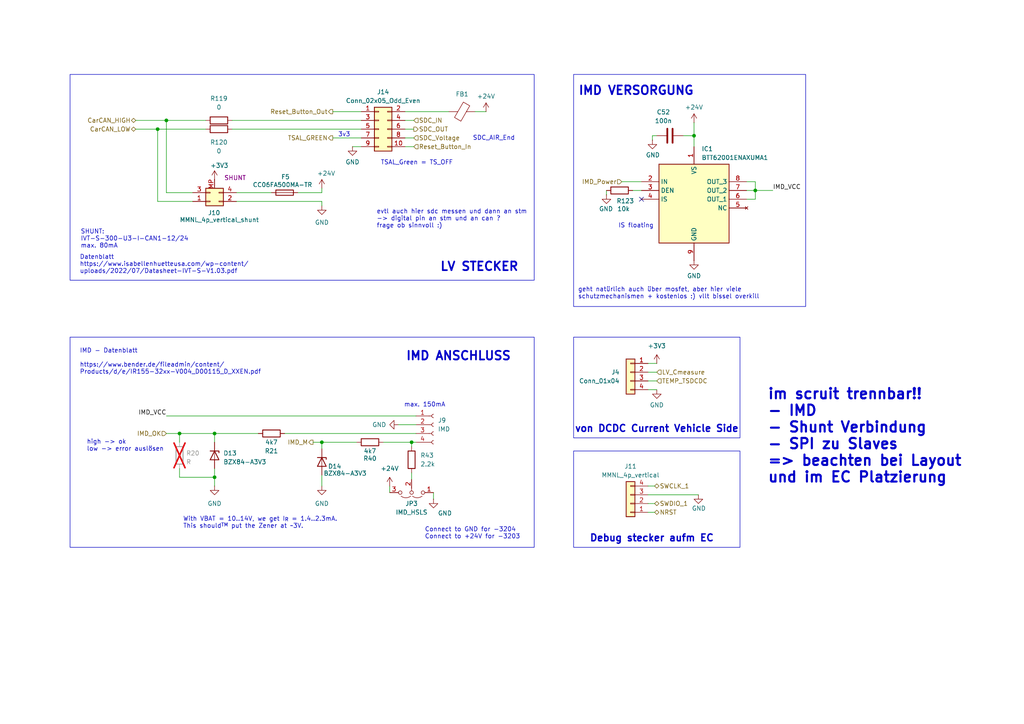
<source format=kicad_sch>
(kicad_sch
	(version 20231120)
	(generator "eeschema")
	(generator_version "8.0")
	(uuid "200fd554-4226-4e14-a1ce-db0521b00741")
	(paper "A4")
	(lib_symbols
		(symbol "BTT62001ENAXUMA1:BTT62001ENAXUMA1"
			(exclude_from_sim no)
			(in_bom yes)
			(on_board yes)
			(property "Reference" "IC"
				(at 26.67 7.62 0)
				(effects
					(font
						(size 1.27 1.27)
					)
					(justify left top)
				)
			)
			(property "Value" "BTT62001ENAXUMA1"
				(at 26.67 5.08 0)
				(effects
					(font
						(size 1.27 1.27)
					)
					(justify left top)
				)
			)
			(property "Footprint" "SOIC127P600X115-9N"
				(at 26.67 -94.92 0)
				(effects
					(font
						(size 1.27 1.27)
					)
					(justify left top)
					(hide yes)
				)
			)
			(property "Datasheet" "https://www.infineon.com/dgdl/Infineon-BTT6200-1ENA-DS-v01_00-EN.pdf?fileId=5546d462636cc8fb01645f3a31f312e9"
				(at 26.67 -194.92 0)
				(effects
					(font
						(size 1.27 1.27)
					)
					(justify left top)
					(hide yes)
				)
			)
			(property "Description" "Infineon PROFET"
				(at -2.54 5.334 0)
				(effects
					(font
						(size 1.27 1.27)
					)
					(hide yes)
				)
			)
			(property "Height" "1.15"
				(at 26.67 -394.92 0)
				(effects
					(font
						(size 1.27 1.27)
					)
					(justify left top)
					(hide yes)
				)
			)
			(property "Manufacturer_Name" "Infineon"
				(at 26.67 -494.92 0)
				(effects
					(font
						(size 1.27 1.27)
					)
					(justify left top)
					(hide yes)
				)
			)
			(property "Manufacturer_Part_Number" "BTT62001ENAXUMA1"
				(at 26.67 -594.92 0)
				(effects
					(font
						(size 1.27 1.27)
					)
					(justify left top)
					(hide yes)
				)
			)
			(property "Arrow Part Number" "BTT62001ENAXUMA1"
				(at 26.67 -694.92 0)
				(effects
					(font
						(size 1.27 1.27)
					)
					(justify left top)
					(hide yes)
				)
			)
			(property "Arrow Price/Stock" "https://www.arrow.com/en/products/btt62001enaxuma1/infineon-technologies-ag"
				(at 26.67 -794.92 0)
				(effects
					(font
						(size 1.27 1.27)
					)
					(justify left top)
					(hide yes)
				)
			)
			(symbol "BTT62001ENAXUMA1_1_1"
				(rectangle
					(start 5.08 2.54)
					(end 25.4 -20.32)
					(stroke
						(width 0.254)
						(type default)
					)
					(fill
						(type background)
					)
				)
				(pin passive line
					(at 15.24 7.62 270)
					(length 5.08)
					(name "VS"
						(effects
							(font
								(size 1.27 1.27)
							)
						)
					)
					(number "1"
						(effects
							(font
								(size 1.27 1.27)
							)
						)
					)
				)
				(pin passive line
					(at 0 -2.54 0)
					(length 5.08)
					(name "IN"
						(effects
							(font
								(size 1.27 1.27)
							)
						)
					)
					(number "2"
						(effects
							(font
								(size 1.27 1.27)
							)
						)
					)
				)
				(pin passive line
					(at 0 -5.08 0)
					(length 5.08)
					(name "DEN"
						(effects
							(font
								(size 1.27 1.27)
							)
						)
					)
					(number "3"
						(effects
							(font
								(size 1.27 1.27)
							)
						)
					)
				)
				(pin passive line
					(at 0 -7.62 0)
					(length 5.08)
					(name "IS"
						(effects
							(font
								(size 1.27 1.27)
							)
						)
					)
					(number "4"
						(effects
							(font
								(size 1.27 1.27)
							)
						)
					)
				)
				(pin no_connect line
					(at 30.48 -10.16 180)
					(length 5.08)
					(name "NC"
						(effects
							(font
								(size 1.27 1.27)
							)
						)
					)
					(number "5"
						(effects
							(font
								(size 1.27 1.27)
							)
						)
					)
				)
				(pin passive line
					(at 30.48 -7.62 180)
					(length 5.08)
					(name "OUT_1"
						(effects
							(font
								(size 1.27 1.27)
							)
						)
					)
					(number "6"
						(effects
							(font
								(size 1.27 1.27)
							)
						)
					)
				)
				(pin passive line
					(at 30.48 -5.08 180)
					(length 5.08)
					(name "OUT_2"
						(effects
							(font
								(size 1.27 1.27)
							)
						)
					)
					(number "7"
						(effects
							(font
								(size 1.27 1.27)
							)
						)
					)
				)
				(pin passive line
					(at 30.48 -2.54 180)
					(length 5.08)
					(name "OUT_3"
						(effects
							(font
								(size 1.27 1.27)
							)
						)
					)
					(number "8"
						(effects
							(font
								(size 1.27 1.27)
							)
						)
					)
				)
				(pin passive line
					(at 15.24 -25.4 90)
					(length 5.08)
					(name "GND"
						(effects
							(font
								(size 1.27 1.27)
							)
						)
					)
					(number "9"
						(effects
							(font
								(size 1.27 1.27)
							)
						)
					)
				)
			)
		)
		(symbol "Connector:Conn_01x04_Socket"
			(pin_names
				(offset 1.016) hide)
			(exclude_from_sim no)
			(in_bom yes)
			(on_board yes)
			(property "Reference" "J"
				(at 0 5.08 0)
				(effects
					(font
						(size 1.27 1.27)
					)
				)
			)
			(property "Value" "Conn_01x04_Socket"
				(at 0 -7.62 0)
				(effects
					(font
						(size 1.27 1.27)
					)
				)
			)
			(property "Footprint" ""
				(at 0 0 0)
				(effects
					(font
						(size 1.27 1.27)
					)
					(hide yes)
				)
			)
			(property "Datasheet" "~"
				(at 0 0 0)
				(effects
					(font
						(size 1.27 1.27)
					)
					(hide yes)
				)
			)
			(property "Description" "Generic connector, single row, 01x04, script generated"
				(at 0 0 0)
				(effects
					(font
						(size 1.27 1.27)
					)
					(hide yes)
				)
			)
			(property "ki_locked" ""
				(at 0 0 0)
				(effects
					(font
						(size 1.27 1.27)
					)
				)
			)
			(property "ki_keywords" "connector"
				(at 0 0 0)
				(effects
					(font
						(size 1.27 1.27)
					)
					(hide yes)
				)
			)
			(property "ki_fp_filters" "Connector*:*_1x??_*"
				(at 0 0 0)
				(effects
					(font
						(size 1.27 1.27)
					)
					(hide yes)
				)
			)
			(symbol "Conn_01x04_Socket_1_1"
				(arc
					(start 0 -4.572)
					(mid -0.5058 -5.08)
					(end 0 -5.588)
					(stroke
						(width 0.1524)
						(type default)
					)
					(fill
						(type none)
					)
				)
				(arc
					(start 0 -2.032)
					(mid -0.5058 -2.54)
					(end 0 -3.048)
					(stroke
						(width 0.1524)
						(type default)
					)
					(fill
						(type none)
					)
				)
				(polyline
					(pts
						(xy -1.27 -5.08) (xy -0.508 -5.08)
					)
					(stroke
						(width 0.1524)
						(type default)
					)
					(fill
						(type none)
					)
				)
				(polyline
					(pts
						(xy -1.27 -2.54) (xy -0.508 -2.54)
					)
					(stroke
						(width 0.1524)
						(type default)
					)
					(fill
						(type none)
					)
				)
				(polyline
					(pts
						(xy -1.27 0) (xy -0.508 0)
					)
					(stroke
						(width 0.1524)
						(type default)
					)
					(fill
						(type none)
					)
				)
				(polyline
					(pts
						(xy -1.27 2.54) (xy -0.508 2.54)
					)
					(stroke
						(width 0.1524)
						(type default)
					)
					(fill
						(type none)
					)
				)
				(arc
					(start 0 0.508)
					(mid -0.5058 0)
					(end 0 -0.508)
					(stroke
						(width 0.1524)
						(type default)
					)
					(fill
						(type none)
					)
				)
				(arc
					(start 0 3.048)
					(mid -0.5058 2.54)
					(end 0 2.032)
					(stroke
						(width 0.1524)
						(type default)
					)
					(fill
						(type none)
					)
				)
				(pin passive line
					(at -5.08 2.54 0)
					(length 3.81)
					(name "Pin_1"
						(effects
							(font
								(size 1.27 1.27)
							)
						)
					)
					(number "1"
						(effects
							(font
								(size 1.27 1.27)
							)
						)
					)
				)
				(pin passive line
					(at -5.08 0 0)
					(length 3.81)
					(name "Pin_2"
						(effects
							(font
								(size 1.27 1.27)
							)
						)
					)
					(number "2"
						(effects
							(font
								(size 1.27 1.27)
							)
						)
					)
				)
				(pin passive line
					(at -5.08 -2.54 0)
					(length 3.81)
					(name "Pin_3"
						(effects
							(font
								(size 1.27 1.27)
							)
						)
					)
					(number "3"
						(effects
							(font
								(size 1.27 1.27)
							)
						)
					)
				)
				(pin passive line
					(at -5.08 -5.08 0)
					(length 3.81)
					(name "Pin_4"
						(effects
							(font
								(size 1.27 1.27)
							)
						)
					)
					(number "4"
						(effects
							(font
								(size 1.27 1.27)
							)
						)
					)
				)
			)
		)
		(symbol "Connector_Generic:Conn_01x04"
			(pin_names
				(offset 1.016) hide)
			(exclude_from_sim no)
			(in_bom yes)
			(on_board yes)
			(property "Reference" "J"
				(at 0 5.08 0)
				(effects
					(font
						(size 1.27 1.27)
					)
				)
			)
			(property "Value" "Conn_01x04"
				(at 0 -7.62 0)
				(effects
					(font
						(size 1.27 1.27)
					)
				)
			)
			(property "Footprint" ""
				(at 0 0 0)
				(effects
					(font
						(size 1.27 1.27)
					)
					(hide yes)
				)
			)
			(property "Datasheet" "~"
				(at 0 0 0)
				(effects
					(font
						(size 1.27 1.27)
					)
					(hide yes)
				)
			)
			(property "Description" "Generic connector, single row, 01x04, script generated (kicad-library-utils/schlib/autogen/connector/)"
				(at 0 0 0)
				(effects
					(font
						(size 1.27 1.27)
					)
					(hide yes)
				)
			)
			(property "ki_keywords" "connector"
				(at 0 0 0)
				(effects
					(font
						(size 1.27 1.27)
					)
					(hide yes)
				)
			)
			(property "ki_fp_filters" "Connector*:*_1x??_*"
				(at 0 0 0)
				(effects
					(font
						(size 1.27 1.27)
					)
					(hide yes)
				)
			)
			(symbol "Conn_01x04_1_1"
				(rectangle
					(start -1.27 -4.953)
					(end 0 -5.207)
					(stroke
						(width 0.1524)
						(type default)
					)
					(fill
						(type none)
					)
				)
				(rectangle
					(start -1.27 -2.413)
					(end 0 -2.667)
					(stroke
						(width 0.1524)
						(type default)
					)
					(fill
						(type none)
					)
				)
				(rectangle
					(start -1.27 0.127)
					(end 0 -0.127)
					(stroke
						(width 0.1524)
						(type default)
					)
					(fill
						(type none)
					)
				)
				(rectangle
					(start -1.27 2.667)
					(end 0 2.413)
					(stroke
						(width 0.1524)
						(type default)
					)
					(fill
						(type none)
					)
				)
				(rectangle
					(start -1.27 3.81)
					(end 1.27 -6.35)
					(stroke
						(width 0.254)
						(type default)
					)
					(fill
						(type background)
					)
				)
				(pin passive line
					(at -5.08 2.54 0)
					(length 3.81)
					(name "Pin_1"
						(effects
							(font
								(size 1.27 1.27)
							)
						)
					)
					(number "1"
						(effects
							(font
								(size 1.27 1.27)
							)
						)
					)
				)
				(pin passive line
					(at -5.08 0 0)
					(length 3.81)
					(name "Pin_2"
						(effects
							(font
								(size 1.27 1.27)
							)
						)
					)
					(number "2"
						(effects
							(font
								(size 1.27 1.27)
							)
						)
					)
				)
				(pin passive line
					(at -5.08 -2.54 0)
					(length 3.81)
					(name "Pin_3"
						(effects
							(font
								(size 1.27 1.27)
							)
						)
					)
					(number "3"
						(effects
							(font
								(size 1.27 1.27)
							)
						)
					)
				)
				(pin passive line
					(at -5.08 -5.08 0)
					(length 3.81)
					(name "Pin_4"
						(effects
							(font
								(size 1.27 1.27)
							)
						)
					)
					(number "4"
						(effects
							(font
								(size 1.27 1.27)
							)
						)
					)
				)
			)
		)
		(symbol "Connector_Generic:Conn_02x05_Odd_Even"
			(pin_names
				(offset 1.016) hide)
			(exclude_from_sim no)
			(in_bom yes)
			(on_board yes)
			(property "Reference" "J"
				(at 1.27 7.62 0)
				(effects
					(font
						(size 1.27 1.27)
					)
				)
			)
			(property "Value" "Conn_02x05_Odd_Even"
				(at 1.27 -7.62 0)
				(effects
					(font
						(size 1.27 1.27)
					)
				)
			)
			(property "Footprint" ""
				(at 0 0 0)
				(effects
					(font
						(size 1.27 1.27)
					)
					(hide yes)
				)
			)
			(property "Datasheet" "~"
				(at 0 0 0)
				(effects
					(font
						(size 1.27 1.27)
					)
					(hide yes)
				)
			)
			(property "Description" "Generic connector, double row, 02x05, odd/even pin numbering scheme (row 1 odd numbers, row 2 even numbers), script generated (kicad-library-utils/schlib/autogen/connector/)"
				(at 0 0 0)
				(effects
					(font
						(size 1.27 1.27)
					)
					(hide yes)
				)
			)
			(property "ki_keywords" "connector"
				(at 0 0 0)
				(effects
					(font
						(size 1.27 1.27)
					)
					(hide yes)
				)
			)
			(property "ki_fp_filters" "Connector*:*_2x??_*"
				(at 0 0 0)
				(effects
					(font
						(size 1.27 1.27)
					)
					(hide yes)
				)
			)
			(symbol "Conn_02x05_Odd_Even_1_1"
				(rectangle
					(start -1.27 -4.953)
					(end 0 -5.207)
					(stroke
						(width 0.1524)
						(type default)
					)
					(fill
						(type none)
					)
				)
				(rectangle
					(start -1.27 -2.413)
					(end 0 -2.667)
					(stroke
						(width 0.1524)
						(type default)
					)
					(fill
						(type none)
					)
				)
				(rectangle
					(start -1.27 0.127)
					(end 0 -0.127)
					(stroke
						(width 0.1524)
						(type default)
					)
					(fill
						(type none)
					)
				)
				(rectangle
					(start -1.27 2.667)
					(end 0 2.413)
					(stroke
						(width 0.1524)
						(type default)
					)
					(fill
						(type none)
					)
				)
				(rectangle
					(start -1.27 5.207)
					(end 0 4.953)
					(stroke
						(width 0.1524)
						(type default)
					)
					(fill
						(type none)
					)
				)
				(rectangle
					(start -1.27 6.35)
					(end 3.81 -6.35)
					(stroke
						(width 0.254)
						(type default)
					)
					(fill
						(type background)
					)
				)
				(rectangle
					(start 3.81 -4.953)
					(end 2.54 -5.207)
					(stroke
						(width 0.1524)
						(type default)
					)
					(fill
						(type none)
					)
				)
				(rectangle
					(start 3.81 -2.413)
					(end 2.54 -2.667)
					(stroke
						(width 0.1524)
						(type default)
					)
					(fill
						(type none)
					)
				)
				(rectangle
					(start 3.81 0.127)
					(end 2.54 -0.127)
					(stroke
						(width 0.1524)
						(type default)
					)
					(fill
						(type none)
					)
				)
				(rectangle
					(start 3.81 2.667)
					(end 2.54 2.413)
					(stroke
						(width 0.1524)
						(type default)
					)
					(fill
						(type none)
					)
				)
				(rectangle
					(start 3.81 5.207)
					(end 2.54 4.953)
					(stroke
						(width 0.1524)
						(type default)
					)
					(fill
						(type none)
					)
				)
				(pin passive line
					(at -5.08 5.08 0)
					(length 3.81)
					(name "Pin_1"
						(effects
							(font
								(size 1.27 1.27)
							)
						)
					)
					(number "1"
						(effects
							(font
								(size 1.27 1.27)
							)
						)
					)
				)
				(pin passive line
					(at 7.62 -5.08 180)
					(length 3.81)
					(name "Pin_10"
						(effects
							(font
								(size 1.27 1.27)
							)
						)
					)
					(number "10"
						(effects
							(font
								(size 1.27 1.27)
							)
						)
					)
				)
				(pin passive line
					(at 7.62 5.08 180)
					(length 3.81)
					(name "Pin_2"
						(effects
							(font
								(size 1.27 1.27)
							)
						)
					)
					(number "2"
						(effects
							(font
								(size 1.27 1.27)
							)
						)
					)
				)
				(pin passive line
					(at -5.08 2.54 0)
					(length 3.81)
					(name "Pin_3"
						(effects
							(font
								(size 1.27 1.27)
							)
						)
					)
					(number "3"
						(effects
							(font
								(size 1.27 1.27)
							)
						)
					)
				)
				(pin passive line
					(at 7.62 2.54 180)
					(length 3.81)
					(name "Pin_4"
						(effects
							(font
								(size 1.27 1.27)
							)
						)
					)
					(number "4"
						(effects
							(font
								(size 1.27 1.27)
							)
						)
					)
				)
				(pin passive line
					(at -5.08 0 0)
					(length 3.81)
					(name "Pin_5"
						(effects
							(font
								(size 1.27 1.27)
							)
						)
					)
					(number "5"
						(effects
							(font
								(size 1.27 1.27)
							)
						)
					)
				)
				(pin passive line
					(at 7.62 0 180)
					(length 3.81)
					(name "Pin_6"
						(effects
							(font
								(size 1.27 1.27)
							)
						)
					)
					(number "6"
						(effects
							(font
								(size 1.27 1.27)
							)
						)
					)
				)
				(pin passive line
					(at -5.08 -2.54 0)
					(length 3.81)
					(name "Pin_7"
						(effects
							(font
								(size 1.27 1.27)
							)
						)
					)
					(number "7"
						(effects
							(font
								(size 1.27 1.27)
							)
						)
					)
				)
				(pin passive line
					(at 7.62 -2.54 180)
					(length 3.81)
					(name "Pin_8"
						(effects
							(font
								(size 1.27 1.27)
							)
						)
					)
					(number "8"
						(effects
							(font
								(size 1.27 1.27)
							)
						)
					)
				)
				(pin passive line
					(at -5.08 -5.08 0)
					(length 3.81)
					(name "Pin_9"
						(effects
							(font
								(size 1.27 1.27)
							)
						)
					)
					(number "9"
						(effects
							(font
								(size 1.27 1.27)
							)
						)
					)
				)
			)
		)
		(symbol "Device:C"
			(pin_numbers hide)
			(pin_names
				(offset 0.254)
			)
			(exclude_from_sim no)
			(in_bom yes)
			(on_board yes)
			(property "Reference" "C"
				(at 0.635 2.54 0)
				(effects
					(font
						(size 1.27 1.27)
					)
					(justify left)
				)
			)
			(property "Value" "C"
				(at 0.635 -2.54 0)
				(effects
					(font
						(size 1.27 1.27)
					)
					(justify left)
				)
			)
			(property "Footprint" ""
				(at 0.9652 -3.81 0)
				(effects
					(font
						(size 1.27 1.27)
					)
					(hide yes)
				)
			)
			(property "Datasheet" "~"
				(at 0 0 0)
				(effects
					(font
						(size 1.27 1.27)
					)
					(hide yes)
				)
			)
			(property "Description" "Unpolarized capacitor"
				(at 0 0 0)
				(effects
					(font
						(size 1.27 1.27)
					)
					(hide yes)
				)
			)
			(property "ki_keywords" "cap capacitor"
				(at 0 0 0)
				(effects
					(font
						(size 1.27 1.27)
					)
					(hide yes)
				)
			)
			(property "ki_fp_filters" "C_*"
				(at 0 0 0)
				(effects
					(font
						(size 1.27 1.27)
					)
					(hide yes)
				)
			)
			(symbol "C_0_1"
				(polyline
					(pts
						(xy -2.032 -0.762) (xy 2.032 -0.762)
					)
					(stroke
						(width 0.508)
						(type default)
					)
					(fill
						(type none)
					)
				)
				(polyline
					(pts
						(xy -2.032 0.762) (xy 2.032 0.762)
					)
					(stroke
						(width 0.508)
						(type default)
					)
					(fill
						(type none)
					)
				)
			)
			(symbol "C_1_1"
				(pin passive line
					(at 0 3.81 270)
					(length 2.794)
					(name "~"
						(effects
							(font
								(size 1.27 1.27)
							)
						)
					)
					(number "1"
						(effects
							(font
								(size 1.27 1.27)
							)
						)
					)
				)
				(pin passive line
					(at 0 -3.81 90)
					(length 2.794)
					(name "~"
						(effects
							(font
								(size 1.27 1.27)
							)
						)
					)
					(number "2"
						(effects
							(font
								(size 1.27 1.27)
							)
						)
					)
				)
			)
		)
		(symbol "Device:FerriteBead"
			(pin_numbers hide)
			(pin_names
				(offset 0)
			)
			(exclude_from_sim no)
			(in_bom yes)
			(on_board yes)
			(property "Reference" "FB"
				(at -3.81 0.635 90)
				(effects
					(font
						(size 1.27 1.27)
					)
				)
			)
			(property "Value" "FerriteBead"
				(at 3.81 0 90)
				(effects
					(font
						(size 1.27 1.27)
					)
				)
			)
			(property "Footprint" ""
				(at -1.778 0 90)
				(effects
					(font
						(size 1.27 1.27)
					)
					(hide yes)
				)
			)
			(property "Datasheet" "~"
				(at 0 0 0)
				(effects
					(font
						(size 1.27 1.27)
					)
					(hide yes)
				)
			)
			(property "Description" "Ferrite bead"
				(at 0 0 0)
				(effects
					(font
						(size 1.27 1.27)
					)
					(hide yes)
				)
			)
			(property "ki_keywords" "L ferrite bead inductor filter"
				(at 0 0 0)
				(effects
					(font
						(size 1.27 1.27)
					)
					(hide yes)
				)
			)
			(property "ki_fp_filters" "Inductor_* L_* *Ferrite*"
				(at 0 0 0)
				(effects
					(font
						(size 1.27 1.27)
					)
					(hide yes)
				)
			)
			(symbol "FerriteBead_0_1"
				(polyline
					(pts
						(xy 0 -1.27) (xy 0 -1.2192)
					)
					(stroke
						(width 0)
						(type default)
					)
					(fill
						(type none)
					)
				)
				(polyline
					(pts
						(xy 0 1.27) (xy 0 1.2954)
					)
					(stroke
						(width 0)
						(type default)
					)
					(fill
						(type none)
					)
				)
				(polyline
					(pts
						(xy -2.7686 0.4064) (xy -1.7018 2.2606) (xy 2.7686 -0.3048) (xy 1.6764 -2.159) (xy -2.7686 0.4064)
					)
					(stroke
						(width 0)
						(type default)
					)
					(fill
						(type none)
					)
				)
			)
			(symbol "FerriteBead_1_1"
				(pin passive line
					(at 0 3.81 270)
					(length 2.54)
					(name "~"
						(effects
							(font
								(size 1.27 1.27)
							)
						)
					)
					(number "1"
						(effects
							(font
								(size 1.27 1.27)
							)
						)
					)
				)
				(pin passive line
					(at 0 -3.81 90)
					(length 2.54)
					(name "~"
						(effects
							(font
								(size 1.27 1.27)
							)
						)
					)
					(number "2"
						(effects
							(font
								(size 1.27 1.27)
							)
						)
					)
				)
			)
		)
		(symbol "Device:Fuse"
			(pin_numbers hide)
			(pin_names
				(offset 0)
			)
			(exclude_from_sim no)
			(in_bom yes)
			(on_board yes)
			(property "Reference" "F"
				(at 2.032 0 90)
				(effects
					(font
						(size 1.27 1.27)
					)
				)
			)
			(property "Value" "Fuse"
				(at -1.905 0 90)
				(effects
					(font
						(size 1.27 1.27)
					)
				)
			)
			(property "Footprint" ""
				(at -1.778 0 90)
				(effects
					(font
						(size 1.27 1.27)
					)
					(hide yes)
				)
			)
			(property "Datasheet" "~"
				(at 0 0 0)
				(effects
					(font
						(size 1.27 1.27)
					)
					(hide yes)
				)
			)
			(property "Description" "Fuse"
				(at 0 0 0)
				(effects
					(font
						(size 1.27 1.27)
					)
					(hide yes)
				)
			)
			(property "ki_keywords" "fuse"
				(at 0 0 0)
				(effects
					(font
						(size 1.27 1.27)
					)
					(hide yes)
				)
			)
			(property "ki_fp_filters" "*Fuse*"
				(at 0 0 0)
				(effects
					(font
						(size 1.27 1.27)
					)
					(hide yes)
				)
			)
			(symbol "Fuse_0_1"
				(rectangle
					(start -0.762 -2.54)
					(end 0.762 2.54)
					(stroke
						(width 0.254)
						(type default)
					)
					(fill
						(type none)
					)
				)
				(polyline
					(pts
						(xy 0 2.54) (xy 0 -2.54)
					)
					(stroke
						(width 0)
						(type default)
					)
					(fill
						(type none)
					)
				)
			)
			(symbol "Fuse_1_1"
				(pin passive line
					(at 0 3.81 270)
					(length 1.27)
					(name "~"
						(effects
							(font
								(size 1.27 1.27)
							)
						)
					)
					(number "1"
						(effects
							(font
								(size 1.27 1.27)
							)
						)
					)
				)
				(pin passive line
					(at 0 -3.81 90)
					(length 1.27)
					(name "~"
						(effects
							(font
								(size 1.27 1.27)
							)
						)
					)
					(number "2"
						(effects
							(font
								(size 1.27 1.27)
							)
						)
					)
				)
			)
		)
		(symbol "Device:R"
			(pin_numbers hide)
			(pin_names
				(offset 0)
			)
			(exclude_from_sim no)
			(in_bom yes)
			(on_board yes)
			(property "Reference" "R"
				(at 2.032 0 90)
				(effects
					(font
						(size 1.27 1.27)
					)
				)
			)
			(property "Value" "R"
				(at 0 0 90)
				(effects
					(font
						(size 1.27 1.27)
					)
				)
			)
			(property "Footprint" ""
				(at -1.778 0 90)
				(effects
					(font
						(size 1.27 1.27)
					)
					(hide yes)
				)
			)
			(property "Datasheet" "~"
				(at 0 0 0)
				(effects
					(font
						(size 1.27 1.27)
					)
					(hide yes)
				)
			)
			(property "Description" "Resistor"
				(at 0 0 0)
				(effects
					(font
						(size 1.27 1.27)
					)
					(hide yes)
				)
			)
			(property "ki_keywords" "R res resistor"
				(at 0 0 0)
				(effects
					(font
						(size 1.27 1.27)
					)
					(hide yes)
				)
			)
			(property "ki_fp_filters" "R_*"
				(at 0 0 0)
				(effects
					(font
						(size 1.27 1.27)
					)
					(hide yes)
				)
			)
			(symbol "R_0_1"
				(rectangle
					(start -1.016 -2.54)
					(end 1.016 2.54)
					(stroke
						(width 0.254)
						(type default)
					)
					(fill
						(type none)
					)
				)
			)
			(symbol "R_1_1"
				(pin passive line
					(at 0 3.81 270)
					(length 1.27)
					(name "~"
						(effects
							(font
								(size 1.27 1.27)
							)
						)
					)
					(number "1"
						(effects
							(font
								(size 1.27 1.27)
							)
						)
					)
				)
				(pin passive line
					(at 0 -3.81 90)
					(length 1.27)
					(name "~"
						(effects
							(font
								(size 1.27 1.27)
							)
						)
					)
					(number "2"
						(effects
							(font
								(size 1.27 1.27)
							)
						)
					)
				)
			)
		)
		(symbol "Jumper:Jumper_3_Open"
			(pin_names
				(offset 0) hide)
			(exclude_from_sim no)
			(in_bom yes)
			(on_board yes)
			(property "Reference" "JP"
				(at -2.54 -2.54 0)
				(effects
					(font
						(size 1.27 1.27)
					)
				)
			)
			(property "Value" "Jumper_3_Open"
				(at 0 2.794 0)
				(effects
					(font
						(size 1.27 1.27)
					)
				)
			)
			(property "Footprint" ""
				(at 0 0 0)
				(effects
					(font
						(size 1.27 1.27)
					)
					(hide yes)
				)
			)
			(property "Datasheet" "~"
				(at 0 0 0)
				(effects
					(font
						(size 1.27 1.27)
					)
					(hide yes)
				)
			)
			(property "Description" "Jumper, 3-pole, both open"
				(at 0 0 0)
				(effects
					(font
						(size 1.27 1.27)
					)
					(hide yes)
				)
			)
			(property "ki_keywords" "Jumper SPDT"
				(at 0 0 0)
				(effects
					(font
						(size 1.27 1.27)
					)
					(hide yes)
				)
			)
			(property "ki_fp_filters" "Jumper* TestPoint*3Pads* TestPoint*Bridge*"
				(at 0 0 0)
				(effects
					(font
						(size 1.27 1.27)
					)
					(hide yes)
				)
			)
			(symbol "Jumper_3_Open_0_0"
				(circle
					(center -3.302 0)
					(radius 0.508)
					(stroke
						(width 0)
						(type default)
					)
					(fill
						(type none)
					)
				)
				(circle
					(center 0 0)
					(radius 0.508)
					(stroke
						(width 0)
						(type default)
					)
					(fill
						(type none)
					)
				)
				(circle
					(center 3.302 0)
					(radius 0.508)
					(stroke
						(width 0)
						(type default)
					)
					(fill
						(type none)
					)
				)
			)
			(symbol "Jumper_3_Open_0_1"
				(arc
					(start -0.254 1.016)
					(mid -1.651 1.4992)
					(end -3.048 1.016)
					(stroke
						(width 0)
						(type default)
					)
					(fill
						(type none)
					)
				)
				(polyline
					(pts
						(xy 0 -0.508) (xy 0 -1.27)
					)
					(stroke
						(width 0)
						(type default)
					)
					(fill
						(type none)
					)
				)
				(arc
					(start 3.048 1.016)
					(mid 1.651 1.4992)
					(end 0.254 1.016)
					(stroke
						(width 0)
						(type default)
					)
					(fill
						(type none)
					)
				)
			)
			(symbol "Jumper_3_Open_1_1"
				(pin passive line
					(at -6.35 0 0)
					(length 2.54)
					(name "A"
						(effects
							(font
								(size 1.27 1.27)
							)
						)
					)
					(number "1"
						(effects
							(font
								(size 1.27 1.27)
							)
						)
					)
				)
				(pin passive line
					(at 0 -3.81 90)
					(length 2.54)
					(name "C"
						(effects
							(font
								(size 1.27 1.27)
							)
						)
					)
					(number "2"
						(effects
							(font
								(size 1.27 1.27)
							)
						)
					)
				)
				(pin passive line
					(at 6.35 0 180)
					(length 2.54)
					(name "B"
						(effects
							(font
								(size 1.27 1.27)
							)
						)
					)
					(number "3"
						(effects
							(font
								(size 1.27 1.27)
							)
						)
					)
				)
			)
		)
		(symbol "Master:BZX84-A3V3"
			(pin_numbers hide)
			(pin_names
				(offset 1.016) hide)
			(exclude_from_sim no)
			(in_bom yes)
			(on_board yes)
			(property "Reference" "D"
				(at 0 2.54 0)
				(effects
					(font
						(size 1.27 1.27)
					)
				)
			)
			(property "Value" "BZX84-A3V3"
				(at 0 -2.54 0)
				(effects
					(font
						(size 1.27 1.27)
					)
				)
			)
			(property "Footprint" "Package_TO_SOT_SMD:SOT-23-3"
				(at 0 5.08 0)
				(effects
					(font
						(size 1.27 1.27)
					)
					(hide yes)
				)
			)
			(property "Datasheet" "~"
				(at 0 0 0)
				(effects
					(font
						(size 1.27 1.27)
					)
					(hide yes)
				)
			)
			(property "Description" "Zener diode 3.3V SOT-23"
				(at 0 0 0)
				(effects
					(font
						(size 1.27 1.27)
					)
					(hide yes)
				)
			)
			(property "ki_keywords" "diode"
				(at 0 0 0)
				(effects
					(font
						(size 1.27 1.27)
					)
					(hide yes)
				)
			)
			(property "ki_fp_filters" "TO-???* *_Diode_* *SingleDiode* D_*"
				(at 0 0 0)
				(effects
					(font
						(size 1.27 1.27)
					)
					(hide yes)
				)
			)
			(symbol "BZX84-A3V3_0_1"
				(polyline
					(pts
						(xy 1.27 0) (xy -1.27 0)
					)
					(stroke
						(width 0)
						(type default)
					)
					(fill
						(type none)
					)
				)
				(polyline
					(pts
						(xy -1.27 -1.27) (xy -1.27 1.27) (xy -0.762 1.27)
					)
					(stroke
						(width 0.254)
						(type default)
					)
					(fill
						(type none)
					)
				)
				(polyline
					(pts
						(xy 1.27 -1.27) (xy 1.27 1.27) (xy -1.27 0) (xy 1.27 -1.27)
					)
					(stroke
						(width 0.254)
						(type default)
					)
					(fill
						(type none)
					)
				)
			)
			(symbol "BZX84-A3V3_1_1"
				(pin passive line
					(at 3.81 0 180)
					(length 2.54)
					(name "A"
						(effects
							(font
								(size 1.27 1.27)
							)
						)
					)
					(number "1"
						(effects
							(font
								(size 1.27 1.27)
							)
						)
					)
				)
				(pin passive line
					(at -3.81 0 0)
					(length 2.54)
					(name "K"
						(effects
							(font
								(size 1.27 1.27)
							)
						)
					)
					(number "3"
						(effects
							(font
								(size 1.27 1.27)
							)
						)
					)
				)
			)
		)
		(symbol "Master:MMNL_2x2p_vertical"
			(pin_names
				(offset 1.016) hide)
			(exclude_from_sim no)
			(in_bom yes)
			(on_board yes)
			(property "Reference" "J"
				(at 1.27 2.54 0)
				(effects
					(font
						(size 1.27 1.27)
					)
				)
			)
			(property "Value" "MMNL_2x2p_vertical"
				(at 1.27 -5.08 0)
				(effects
					(font
						(size 1.27 1.27)
					)
				)
			)
			(property "Footprint" "FaSTTUBe_connectors:Micro_Mate-N-Lok_2x2p_vertical"
				(at 2.54 -7.112 0)
				(effects
					(font
						(size 1.27 1.27)
					)
					(hide yes)
				)
			)
			(property "Datasheet" "~"
				(at 0 0 0)
				(effects
					(font
						(size 1.27 1.27)
					)
					(hide yes)
				)
			)
			(property "Description" "Generic connector, double row, 02x02, odd/even pin numbering scheme (row 1 odd numbers, row 2 even numbers), script generated (kicad-library-utils/schlib/autogen/connector/)"
				(at 2.032 -9.398 0)
				(effects
					(font
						(size 1.27 1.27)
					)
					(hide yes)
				)
			)
			(property "ki_keywords" "connector"
				(at 0 0 0)
				(effects
					(font
						(size 1.27 1.27)
					)
					(hide yes)
				)
			)
			(property "ki_fp_filters" "Connector*:*_2x??_*"
				(at 0 0 0)
				(effects
					(font
						(size 1.27 1.27)
					)
					(hide yes)
				)
			)
			(symbol "MMNL_2x2p_vertical_1_1"
				(rectangle
					(start -1.27 -2.413)
					(end 0 -2.667)
					(stroke
						(width 0.1524)
						(type default)
					)
					(fill
						(type none)
					)
				)
				(rectangle
					(start -1.27 0.127)
					(end 0 -0.127)
					(stroke
						(width 0.1524)
						(type default)
					)
					(fill
						(type none)
					)
				)
				(rectangle
					(start -1.27 1.27)
					(end 3.81 -3.81)
					(stroke
						(width 0.254)
						(type default)
					)
					(fill
						(type background)
					)
				)
				(rectangle
					(start 3.81 -2.413)
					(end 2.54 -2.667)
					(stroke
						(width 0.1524)
						(type default)
					)
					(fill
						(type none)
					)
				)
				(rectangle
					(start 3.81 0.127)
					(end 2.54 -0.127)
					(stroke
						(width 0.1524)
						(type default)
					)
					(fill
						(type none)
					)
				)
				(pin passive line
					(at -5.08 0 0)
					(length 3.81)
					(name "Pin_1"
						(effects
							(font
								(size 1.27 1.27)
							)
						)
					)
					(number "1"
						(effects
							(font
								(size 1.27 1.27)
							)
						)
					)
				)
				(pin passive line
					(at 7.62 0 180)
					(length 3.81)
					(name "Pin_2"
						(effects
							(font
								(size 1.27 1.27)
							)
						)
					)
					(number "2"
						(effects
							(font
								(size 1.27 1.27)
							)
						)
					)
				)
				(pin passive line
					(at -5.08 -2.54 0)
					(length 3.81)
					(name "Pin_3"
						(effects
							(font
								(size 1.27 1.27)
							)
						)
					)
					(number "3"
						(effects
							(font
								(size 1.27 1.27)
							)
						)
					)
				)
				(pin passive line
					(at 7.62 -2.54 180)
					(length 3.81)
					(name "Pin_4"
						(effects
							(font
								(size 1.27 1.27)
							)
						)
					)
					(number "4"
						(effects
							(font
								(size 1.27 1.27)
							)
						)
					)
				)
				(pin passive line
					(at 1.27 -6.35 90)
					(length 2.54)
					(name ""
						(effects
							(font
								(size 1.27 1.27)
							)
						)
					)
					(number "MP"
						(effects
							(font
								(size 1.27 1.27)
							)
						)
					)
				)
			)
		)
		(symbol "power:+12V"
			(power)
			(pin_numbers hide)
			(pin_names
				(offset 0) hide)
			(exclude_from_sim no)
			(in_bom yes)
			(on_board yes)
			(property "Reference" "#PWR"
				(at 0 -3.81 0)
				(effects
					(font
						(size 1.27 1.27)
					)
					(hide yes)
				)
			)
			(property "Value" "+12V"
				(at 0 3.556 0)
				(effects
					(font
						(size 1.27 1.27)
					)
				)
			)
			(property "Footprint" ""
				(at 0 0 0)
				(effects
					(font
						(size 1.27 1.27)
					)
					(hide yes)
				)
			)
			(property "Datasheet" ""
				(at 0 0 0)
				(effects
					(font
						(size 1.27 1.27)
					)
					(hide yes)
				)
			)
			(property "Description" "Power symbol creates a global label with name \"+12V\""
				(at 0 0 0)
				(effects
					(font
						(size 1.27 1.27)
					)
					(hide yes)
				)
			)
			(property "ki_keywords" "global power"
				(at 0 0 0)
				(effects
					(font
						(size 1.27 1.27)
					)
					(hide yes)
				)
			)
			(symbol "+12V_0_1"
				(polyline
					(pts
						(xy -0.762 1.27) (xy 0 2.54)
					)
					(stroke
						(width 0)
						(type default)
					)
					(fill
						(type none)
					)
				)
				(polyline
					(pts
						(xy 0 0) (xy 0 2.54)
					)
					(stroke
						(width 0)
						(type default)
					)
					(fill
						(type none)
					)
				)
				(polyline
					(pts
						(xy 0 2.54) (xy 0.762 1.27)
					)
					(stroke
						(width 0)
						(type default)
					)
					(fill
						(type none)
					)
				)
			)
			(symbol "+12V_1_1"
				(pin power_in line
					(at 0 0 90)
					(length 0)
					(name "~"
						(effects
							(font
								(size 1.27 1.27)
							)
						)
					)
					(number "1"
						(effects
							(font
								(size 1.27 1.27)
							)
						)
					)
				)
			)
		)
		(symbol "power:+24V"
			(power)
			(pin_numbers hide)
			(pin_names
				(offset 0) hide)
			(exclude_from_sim no)
			(in_bom yes)
			(on_board yes)
			(property "Reference" "#PWR"
				(at 0 -3.81 0)
				(effects
					(font
						(size 1.27 1.27)
					)
					(hide yes)
				)
			)
			(property "Value" "+24V"
				(at 0 3.556 0)
				(effects
					(font
						(size 1.27 1.27)
					)
				)
			)
			(property "Footprint" ""
				(at 0 0 0)
				(effects
					(font
						(size 1.27 1.27)
					)
					(hide yes)
				)
			)
			(property "Datasheet" ""
				(at 0 0 0)
				(effects
					(font
						(size 1.27 1.27)
					)
					(hide yes)
				)
			)
			(property "Description" "Power symbol creates a global label with name \"+24V\""
				(at 0 0 0)
				(effects
					(font
						(size 1.27 1.27)
					)
					(hide yes)
				)
			)
			(property "ki_keywords" "global power"
				(at 0 0 0)
				(effects
					(font
						(size 1.27 1.27)
					)
					(hide yes)
				)
			)
			(symbol "+24V_0_1"
				(polyline
					(pts
						(xy -0.762 1.27) (xy 0 2.54)
					)
					(stroke
						(width 0)
						(type default)
					)
					(fill
						(type none)
					)
				)
				(polyline
					(pts
						(xy 0 0) (xy 0 2.54)
					)
					(stroke
						(width 0)
						(type default)
					)
					(fill
						(type none)
					)
				)
				(polyline
					(pts
						(xy 0 2.54) (xy 0.762 1.27)
					)
					(stroke
						(width 0)
						(type default)
					)
					(fill
						(type none)
					)
				)
			)
			(symbol "+24V_1_1"
				(pin power_in line
					(at 0 0 90)
					(length 0)
					(name "~"
						(effects
							(font
								(size 1.27 1.27)
							)
						)
					)
					(number "1"
						(effects
							(font
								(size 1.27 1.27)
							)
						)
					)
				)
			)
		)
		(symbol "power:+3V3"
			(power)
			(pin_numbers hide)
			(pin_names
				(offset 0) hide)
			(exclude_from_sim no)
			(in_bom yes)
			(on_board yes)
			(property "Reference" "#PWR"
				(at 0 -3.81 0)
				(effects
					(font
						(size 1.27 1.27)
					)
					(hide yes)
				)
			)
			(property "Value" "+3V3"
				(at 0 3.556 0)
				(effects
					(font
						(size 1.27 1.27)
					)
				)
			)
			(property "Footprint" ""
				(at 0 0 0)
				(effects
					(font
						(size 1.27 1.27)
					)
					(hide yes)
				)
			)
			(property "Datasheet" ""
				(at 0 0 0)
				(effects
					(font
						(size 1.27 1.27)
					)
					(hide yes)
				)
			)
			(property "Description" "Power symbol creates a global label with name \"+3V3\""
				(at 0 0 0)
				(effects
					(font
						(size 1.27 1.27)
					)
					(hide yes)
				)
			)
			(property "ki_keywords" "global power"
				(at 0 0 0)
				(effects
					(font
						(size 1.27 1.27)
					)
					(hide yes)
				)
			)
			(symbol "+3V3_0_1"
				(polyline
					(pts
						(xy -0.762 1.27) (xy 0 2.54)
					)
					(stroke
						(width 0)
						(type default)
					)
					(fill
						(type none)
					)
				)
				(polyline
					(pts
						(xy 0 0) (xy 0 2.54)
					)
					(stroke
						(width 0)
						(type default)
					)
					(fill
						(type none)
					)
				)
				(polyline
					(pts
						(xy 0 2.54) (xy 0.762 1.27)
					)
					(stroke
						(width 0)
						(type default)
					)
					(fill
						(type none)
					)
				)
			)
			(symbol "+3V3_1_1"
				(pin power_in line
					(at 0 0 90)
					(length 0)
					(name "~"
						(effects
							(font
								(size 1.27 1.27)
							)
						)
					)
					(number "1"
						(effects
							(font
								(size 1.27 1.27)
							)
						)
					)
				)
			)
		)
		(symbol "power:GND"
			(power)
			(pin_numbers hide)
			(pin_names
				(offset 0) hide)
			(exclude_from_sim no)
			(in_bom yes)
			(on_board yes)
			(property "Reference" "#PWR"
				(at 0 -6.35 0)
				(effects
					(font
						(size 1.27 1.27)
					)
					(hide yes)
				)
			)
			(property "Value" "GND"
				(at 0 -3.81 0)
				(effects
					(font
						(size 1.27 1.27)
					)
				)
			)
			(property "Footprint" ""
				(at 0 0 0)
				(effects
					(font
						(size 1.27 1.27)
					)
					(hide yes)
				)
			)
			(property "Datasheet" ""
				(at 0 0 0)
				(effects
					(font
						(size 1.27 1.27)
					)
					(hide yes)
				)
			)
			(property "Description" "Power symbol creates a global label with name \"GND\" , ground"
				(at 0 0 0)
				(effects
					(font
						(size 1.27 1.27)
					)
					(hide yes)
				)
			)
			(property "ki_keywords" "global power"
				(at 0 0 0)
				(effects
					(font
						(size 1.27 1.27)
					)
					(hide yes)
				)
			)
			(symbol "GND_0_1"
				(polyline
					(pts
						(xy 0 0) (xy 0 -1.27) (xy 1.27 -1.27) (xy 0 -2.54) (xy -1.27 -1.27) (xy 0 -1.27)
					)
					(stroke
						(width 0)
						(type default)
					)
					(fill
						(type none)
					)
				)
			)
			(symbol "GND_1_1"
				(pin power_in line
					(at 0 0 270)
					(length 0)
					(name "~"
						(effects
							(font
								(size 1.27 1.27)
							)
						)
					)
					(number "1"
						(effects
							(font
								(size 1.27 1.27)
							)
						)
					)
				)
			)
		)
	)
	(junction
		(at 52.07 125.73)
		(diameter 0)
		(color 0 0 0 0)
		(uuid "19072f10-ee5a-4b22-866e-df3b513352af")
	)
	(junction
		(at 93.345 128.27)
		(diameter 0)
		(color 0 0 0 0)
		(uuid "42343a46-3f07-428a-bf16-87efa8edff8c")
	)
	(junction
		(at 48.26 34.925)
		(diameter 0)
		(color 0 0 0 0)
		(uuid "4769e45c-17ba-4922-b819-a8e35fb3acc2")
	)
	(junction
		(at 219.075 55.245)
		(diameter 0)
		(color 0 0 0 0)
		(uuid "6eb95d5a-70b5-4668-b223-c8726612b6e7")
	)
	(junction
		(at 62.23 138.43)
		(diameter 0)
		(color 0 0 0 0)
		(uuid "93b1b874-e97f-47cf-b2c6-2e87d002f9cf")
	)
	(junction
		(at 201.295 39.37)
		(diameter 0)
		(color 0 0 0 0)
		(uuid "adbc9845-3c94-4ee5-93b5-dad7fa542b18")
	)
	(junction
		(at 62.23 125.73)
		(diameter 0)
		(color 0 0 0 0)
		(uuid "d4ac3df1-5e23-4aaa-ab12-71161d937d30")
	)
	(junction
		(at 119.38 128.27)
		(diameter 0)
		(color 0 0 0 0)
		(uuid "ed35cf1b-2ef9-4b44-b8e6-06c905269c9b")
	)
	(junction
		(at 45.72 37.465)
		(diameter 0)
		(color 0 0 0 0)
		(uuid "f497c29c-fe32-4760-93b5-0c99773088aa")
	)
	(no_connect
		(at 186.055 57.785)
		(uuid "3e9e0879-cd00-495f-bae5-53fa16f0f4cb")
	)
	(wire
		(pts
			(xy 93.345 55.88) (xy 86.36 55.88)
		)
		(stroke
			(width 0)
			(type default)
		)
		(uuid "0255bc4f-36a3-4788-8032-6c8b69c1750e")
	)
	(wire
		(pts
			(xy 48.26 34.925) (xy 59.69 34.925)
		)
		(stroke
			(width 0)
			(type default)
		)
		(uuid "0799e8c7-0f92-4b61-97c2-550cf9627324")
	)
	(wire
		(pts
			(xy 219.075 55.245) (xy 216.535 55.245)
		)
		(stroke
			(width 0)
			(type default)
		)
		(uuid "0db18b39-d9c5-4aac-b3dd-f8a9d98eb556")
	)
	(wire
		(pts
			(xy 68.58 55.88) (xy 78.74 55.88)
		)
		(stroke
			(width 0)
			(type default)
		)
		(uuid "1c0154b9-0327-45d8-825d-2b767943d664")
	)
	(wire
		(pts
			(xy 45.72 37.465) (xy 59.69 37.465)
		)
		(stroke
			(width 0)
			(type default)
		)
		(uuid "1f83c307-9184-4452-885a-9ef3548cf41c")
	)
	(wire
		(pts
			(xy 48.26 34.925) (xy 48.26 55.88)
		)
		(stroke
			(width 0)
			(type default)
		)
		(uuid "223afdb1-54b8-4708-a73f-4c87cf9232dc")
	)
	(wire
		(pts
			(xy 62.23 125.73) (xy 62.23 128.27)
		)
		(stroke
			(width 0)
			(type default)
		)
		(uuid "231aadfb-dd2a-4d9d-b80c-98d50e0763d9")
	)
	(wire
		(pts
			(xy 93.345 58.42) (xy 68.58 58.42)
		)
		(stroke
			(width 0)
			(type default)
		)
		(uuid "29e9c02a-14a3-4fc5-a05b-8b2cf24518b9")
	)
	(wire
		(pts
			(xy 219.075 52.705) (xy 219.075 55.245)
		)
		(stroke
			(width 0)
			(type default)
		)
		(uuid "32986fc9-cb07-4b8b-81c0-599312b0485a")
	)
	(wire
		(pts
			(xy 120.015 37.465) (xy 117.475 37.465)
		)
		(stroke
			(width 0)
			(type default)
		)
		(uuid "347a1e79-8e4b-4212-a960-6fb89efef66b")
	)
	(wire
		(pts
			(xy 216.535 52.705) (xy 219.075 52.705)
		)
		(stroke
			(width 0)
			(type default)
		)
		(uuid "383b9c21-a5f9-4fc9-b19d-182838d2e88a")
	)
	(wire
		(pts
			(xy 120.015 42.545) (xy 117.475 42.545)
		)
		(stroke
			(width 0)
			(type default)
		)
		(uuid "3b34f4ef-ab8d-44ee-a2d0-2a31d1589d6d")
	)
	(wire
		(pts
			(xy 90.805 128.27) (xy 93.345 128.27)
		)
		(stroke
			(width 0)
			(type default)
		)
		(uuid "3c4e452b-00d9-4808-b9d0-92515ec0fb60")
	)
	(wire
		(pts
			(xy 82.55 125.73) (xy 120.65 125.73)
		)
		(stroke
			(width 0)
			(type default)
		)
		(uuid "43f74520-4556-4d56-8b10-40de637704fc")
	)
	(wire
		(pts
			(xy 52.07 125.73) (xy 62.23 125.73)
		)
		(stroke
			(width 0)
			(type default)
		)
		(uuid "452b695d-025e-47a2-922c-47540bbcdd01")
	)
	(wire
		(pts
			(xy 140.97 32.385) (xy 137.795 32.385)
		)
		(stroke
			(width 0)
			(type default)
		)
		(uuid "49b1872b-23ad-44c4-b7ac-aef33c11aa54")
	)
	(wire
		(pts
			(xy 117.475 32.385) (xy 130.175 32.385)
		)
		(stroke
			(width 0)
			(type default)
		)
		(uuid "4eb67373-e7de-4954-b18d-72959d4e5ed7")
	)
	(wire
		(pts
			(xy 175.895 56.515) (xy 175.895 55.245)
		)
		(stroke
			(width 0)
			(type default)
		)
		(uuid "58e0f839-12dc-4f66-841a-fc8d94ded7b8")
	)
	(wire
		(pts
			(xy 119.38 128.27) (xy 119.38 129.54)
		)
		(stroke
			(width 0)
			(type default)
		)
		(uuid "5a375e9a-6a43-48b5-8ab7-ed74b79f317a")
	)
	(wire
		(pts
			(xy 103.505 128.27) (xy 93.345 128.27)
		)
		(stroke
			(width 0)
			(type default)
		)
		(uuid "5dedd505-5525-4264-9901-2faf9d46f31a")
	)
	(wire
		(pts
			(xy 189.865 140.97) (xy 187.96 140.97)
		)
		(stroke
			(width 0)
			(type default)
		)
		(uuid "5f5f1b64-2e43-4140-9a1f-23a916c2d4be")
	)
	(wire
		(pts
			(xy 125.73 142.875) (xy 125.73 144.78)
		)
		(stroke
			(width 0)
			(type default)
		)
		(uuid "62fd7570-7c4f-42aa-ad92-fb462293d33d")
	)
	(wire
		(pts
			(xy 93.345 137.795) (xy 93.345 140.97)
		)
		(stroke
			(width 0)
			(type default)
		)
		(uuid "6eccbf36-59ea-4e49-ad7d-b589600064a0")
	)
	(wire
		(pts
			(xy 93.345 59.69) (xy 93.345 58.42)
		)
		(stroke
			(width 0)
			(type default)
		)
		(uuid "706f8d03-a3b3-4ed3-95ae-a1d3ac319a85")
	)
	(wire
		(pts
			(xy 39.37 34.925) (xy 48.26 34.925)
		)
		(stroke
			(width 0)
			(type default)
		)
		(uuid "7316454d-0863-49c7-88d3-874c47bc083b")
	)
	(wire
		(pts
			(xy 45.72 58.42) (xy 55.88 58.42)
		)
		(stroke
			(width 0)
			(type default)
		)
		(uuid "77dce1da-d32b-4ae2-929e-4eddda6dc2b7")
	)
	(wire
		(pts
			(xy 45.72 37.465) (xy 45.72 58.42)
		)
		(stroke
			(width 0)
			(type default)
		)
		(uuid "7ad3efa0-d9e7-43dc-9f75-5a8f51ce80e6")
	)
	(wire
		(pts
			(xy 189.865 148.59) (xy 187.96 148.59)
		)
		(stroke
			(width 0)
			(type default)
		)
		(uuid "7be14796-1d26-4ef1-948d-83ffc641207f")
	)
	(wire
		(pts
			(xy 183.515 55.245) (xy 186.055 55.245)
		)
		(stroke
			(width 0)
			(type default)
		)
		(uuid "7d83cce6-098a-4b7f-b29c-85045c30e368")
	)
	(wire
		(pts
			(xy 117.475 40.005) (xy 120.015 40.005)
		)
		(stroke
			(width 0)
			(type default)
		)
		(uuid "7eb99c9a-585e-4f9f-8190-ac4bd6bf5e09")
	)
	(wire
		(pts
			(xy 180.34 52.705) (xy 186.055 52.705)
		)
		(stroke
			(width 0)
			(type default)
		)
		(uuid "7f047e60-26c4-4baa-aac5-f8471a48baa2")
	)
	(wire
		(pts
			(xy 96.52 32.385) (xy 104.775 32.385)
		)
		(stroke
			(width 0)
			(type default)
		)
		(uuid "807ef203-531a-44de-8229-f82541329fe1")
	)
	(wire
		(pts
			(xy 67.31 37.465) (xy 104.775 37.465)
		)
		(stroke
			(width 0)
			(type default)
		)
		(uuid "827e06c4-b594-4647-8d83-344da7e7444a")
	)
	(wire
		(pts
			(xy 120.015 34.925) (xy 117.475 34.925)
		)
		(stroke
			(width 0)
			(type default)
		)
		(uuid "85657ce7-f49d-4756-ad44-a1480e1cc61e")
	)
	(wire
		(pts
			(xy 52.07 138.43) (xy 62.23 138.43)
		)
		(stroke
			(width 0)
			(type default)
		)
		(uuid "85df31e6-89bb-4b1c-b543-0f3821a0722a")
	)
	(wire
		(pts
			(xy 52.07 135.89) (xy 52.07 138.43)
		)
		(stroke
			(width 0)
			(type default)
		)
		(uuid "8abd20aa-2a76-4bd9-a994-d718b91ef485")
	)
	(wire
		(pts
			(xy 62.23 125.73) (xy 74.93 125.73)
		)
		(stroke
			(width 0)
			(type default)
		)
		(uuid "8d2c4e14-5f2a-41b3-8d76-cfde6b6ad76d")
	)
	(wire
		(pts
			(xy 67.31 34.925) (xy 104.775 34.925)
		)
		(stroke
			(width 0)
			(type default)
		)
		(uuid "9436698c-b3c3-4a53-a1a1-e2870f46fc42")
	)
	(wire
		(pts
			(xy 201.295 39.37) (xy 201.295 42.545)
		)
		(stroke
			(width 0)
			(type default)
		)
		(uuid "96c855e3-cd26-4c2b-b7a5-1be4dc8174d6")
	)
	(wire
		(pts
			(xy 93.345 128.27) (xy 93.345 130.175)
		)
		(stroke
			(width 0)
			(type default)
		)
		(uuid "97b5f269-8abb-461d-abcd-82eeea9856d1")
	)
	(wire
		(pts
			(xy 190.5 105.41) (xy 187.96 105.41)
		)
		(stroke
			(width 0)
			(type default)
		)
		(uuid "99ea6270-3650-46e7-a8dc-7698f2cb70e2")
	)
	(wire
		(pts
			(xy 48.26 120.65) (xy 120.65 120.65)
		)
		(stroke
			(width 0)
			(type default)
		)
		(uuid "9a7fb677-7015-45e9-9f32-acef182ba3ba")
	)
	(wire
		(pts
			(xy 219.075 57.785) (xy 216.535 57.785)
		)
		(stroke
			(width 0)
			(type default)
		)
		(uuid "9ad3ec19-aeee-4e07-a389-0ee193190209")
	)
	(wire
		(pts
			(xy 93.345 54.61) (xy 93.345 55.88)
		)
		(stroke
			(width 0)
			(type default)
		)
		(uuid "a10fd44d-2767-4040-937f-bf65f4ca23a6")
	)
	(wire
		(pts
			(xy 120.65 128.27) (xy 119.38 128.27)
		)
		(stroke
			(width 0)
			(type default)
		)
		(uuid "a3308896-c9f0-4861-8e65-188beaa8a9c9")
	)
	(wire
		(pts
			(xy 48.26 55.88) (xy 55.88 55.88)
		)
		(stroke
			(width 0)
			(type default)
		)
		(uuid "a703b8d3-655a-4c17-9f68-8f336086aa60")
	)
	(wire
		(pts
			(xy 189.865 146.05) (xy 187.96 146.05)
		)
		(stroke
			(width 0)
			(type default)
		)
		(uuid "a82dc577-f3f2-4c20-9fe7-f0a1e43ae39b")
	)
	(wire
		(pts
			(xy 201.295 35.56) (xy 201.295 39.37)
		)
		(stroke
			(width 0)
			(type default)
		)
		(uuid "affa5877-47d2-4163-aa5c-00c9781334ec")
	)
	(wire
		(pts
			(xy 190.5 113.03) (xy 187.96 113.03)
		)
		(stroke
			(width 0)
			(type default)
		)
		(uuid "b021074d-c182-4496-bec0-70d367a760de")
	)
	(wire
		(pts
			(xy 104.775 42.545) (xy 102.235 42.545)
		)
		(stroke
			(width 0)
			(type default)
		)
		(uuid "b0fcf866-a2bd-4b72-99c8-2d4dfcc84f89")
	)
	(wire
		(pts
			(xy 119.38 137.16) (xy 119.38 139.065)
		)
		(stroke
			(width 0)
			(type default)
		)
		(uuid "b21d939c-504b-4936-bbd1-d61711bc96b3")
	)
	(wire
		(pts
			(xy 189.23 39.37) (xy 189.23 40.64)
		)
		(stroke
			(width 0)
			(type default)
		)
		(uuid "b75a02fc-e976-4ae5-b36b-251c0cc62349")
	)
	(wire
		(pts
			(xy 187.96 110.49) (xy 190.5 110.49)
		)
		(stroke
			(width 0)
			(type default)
		)
		(uuid "b9dc06ae-d7aa-4d16-b58c-fca265be442c")
	)
	(wire
		(pts
			(xy 62.23 138.43) (xy 62.23 140.97)
		)
		(stroke
			(width 0)
			(type default)
		)
		(uuid "bc903c9c-c5ab-40f0-9f5f-d2330ca6664c")
	)
	(wire
		(pts
			(xy 187.96 143.51) (xy 202.565 143.51)
		)
		(stroke
			(width 0)
			(type default)
		)
		(uuid "bfeb86cd-ef8e-4800-984f-4086621d284b")
	)
	(wire
		(pts
			(xy 219.075 55.245) (xy 219.075 57.785)
		)
		(stroke
			(width 0)
			(type default)
		)
		(uuid "c94bfbc7-6f1a-4320-8477-45b9a14bb974")
	)
	(wire
		(pts
			(xy 115.57 123.19) (xy 120.65 123.19)
		)
		(stroke
			(width 0)
			(type default)
		)
		(uuid "cad32d84-cfb7-4012-abbc-8192383415ed")
	)
	(wire
		(pts
			(xy 39.37 37.465) (xy 45.72 37.465)
		)
		(stroke
			(width 0)
			(type default)
		)
		(uuid "cca3edaf-b624-477b-bcfa-0eb8e160ccea")
	)
	(wire
		(pts
			(xy 111.125 128.27) (xy 119.38 128.27)
		)
		(stroke
			(width 0)
			(type default)
		)
		(uuid "cf4c4cbd-807b-4e6b-9f3c-277dde0a6f74")
	)
	(wire
		(pts
			(xy 219.075 55.245) (xy 224.155 55.245)
		)
		(stroke
			(width 0)
			(type default)
		)
		(uuid "d53dc2d1-a411-4c9c-8833-2c6a03cc244b")
	)
	(wire
		(pts
			(xy 96.52 40.005) (xy 104.775 40.005)
		)
		(stroke
			(width 0)
			(type default)
		)
		(uuid "d653f087-3c4d-4680-8a93-f42e1c5b7a7f")
	)
	(wire
		(pts
			(xy 62.23 135.89) (xy 62.23 138.43)
		)
		(stroke
			(width 0)
			(type default)
		)
		(uuid "d81bc727-e41d-4f6d-ab24-d3351f401a2e")
	)
	(wire
		(pts
			(xy 48.26 125.73) (xy 52.07 125.73)
		)
		(stroke
			(width 0)
			(type default)
		)
		(uuid "ddc12bae-e8cd-495e-bdb3-77148dc4337f")
	)
	(wire
		(pts
			(xy 189.23 39.37) (xy 190.5 39.37)
		)
		(stroke
			(width 0)
			(type default)
		)
		(uuid "e015a389-db9b-4a81-a43a-e28acf404fab")
	)
	(wire
		(pts
			(xy 187.96 107.95) (xy 190.5 107.95)
		)
		(stroke
			(width 0)
			(type default)
		)
		(uuid "e8f9580b-a401-45a6-b52f-bae00f99bcb2")
	)
	(wire
		(pts
			(xy 198.12 39.37) (xy 201.295 39.37)
		)
		(stroke
			(width 0)
			(type default)
		)
		(uuid "eac75d5c-143c-4b7c-8fc1-458ce2bc3da7")
	)
	(wire
		(pts
			(xy 52.07 125.73) (xy 52.07 128.27)
		)
		(stroke
			(width 0)
			(type default)
		)
		(uuid "ec55d250-a13a-4d16-970f-1fc6f3c743ad")
	)
	(wire
		(pts
			(xy 113.03 140.97) (xy 113.03 142.875)
		)
		(stroke
			(width 0)
			(type default)
		)
		(uuid "fc93a46e-2bbb-4498-a334-367afbf88444")
	)
	(rectangle
		(start 166.37 130.81)
		(end 214.63 158.75)
		(stroke
			(width 0)
			(type default)
		)
		(fill
			(type none)
		)
		(uuid 67d4f92e-ba5a-44ea-bd5f-5332643b1521)
	)
	(rectangle
		(start 20.32 21.59)
		(end 154.94 81.28)
		(stroke
			(width 0)
			(type default)
		)
		(fill
			(type none)
		)
		(uuid 69683107-b8aa-4c84-80dd-cafc923a3a35)
	)
	(rectangle
		(start 166.37 97.79)
		(end 214.63 127)
		(stroke
			(width 0)
			(type default)
		)
		(fill
			(type none)
		)
		(uuid d580111b-5b49-4ef6-a552-25e172f918bb)
	)
	(rectangle
		(start 166.37 21.59)
		(end 233.68 88.9)
		(stroke
			(width 0)
			(type default)
		)
		(fill
			(type none)
		)
		(uuid d98a87a8-f43e-4280-9a8f-1975ab1112e1)
	)
	(rectangle
		(start 20.32 97.79)
		(end 154.94 158.75)
		(stroke
			(width 0)
			(type default)
		)
		(fill
			(type none)
		)
		(uuid f3e0082e-fb87-4ff8-bb08-c68d4d196fd0)
	)
	(text "evtl auch hier sdc messen und dann an stm\n-> digital pin an stm und an can ?\nfrage ob sinnvoll :)"
		(exclude_from_sim no)
		(at 109.22 63.5 0)
		(effects
			(font
				(size 1.27 1.27)
			)
			(justify left)
		)
		(uuid "299fc917-7aec-44b8-be37-d9d93b5e93fe")
	)
	(text "max. 150mA"
		(exclude_from_sim no)
		(at 123.19 117.475 0)
		(effects
			(font
				(size 1.27 1.27)
			)
		)
		(uuid "381747df-3fd1-43c8-a367-4b2edaa0e6e4")
	)
	(text "IMD VERSORGUNG"
		(exclude_from_sim no)
		(at 167.64 26.416 0)
		(effects
			(font
				(size 2.5 2.5)
				(bold yes)
			)
			(justify left)
		)
		(uuid "3cb7a438-0daf-40a9-aa28-5a80e1f83237")
	)
	(text "high -> ok\nlow -> error auslösen"
		(exclude_from_sim no)
		(at 25.146 129.286 0)
		(effects
			(font
				(size 1.27 1.27)
			)
			(justify left)
		)
		(uuid "4b39b23f-f40b-4f24-aa54-c9692e1d4d4f")
	)
	(text "IS floating"
		(exclude_from_sim no)
		(at 179.324 65.532 0)
		(effects
			(font
				(size 1.27 1.27)
			)
			(justify left)
		)
		(uuid "5c7eeeee-5dd1-4b14-bf1b-916f499cde31")
	)
	(text "IMD - Datenblatt\n\nhttps://www.bender.de/fileadmin/content/\nProducts/d/e/IR155-32xx-V004_D00115_D_XXEN.pdf"
		(exclude_from_sim no)
		(at 23.114 104.902 0)
		(effects
			(font
				(size 1.27 1.27)
			)
			(justify left)
		)
		(uuid "687ab70a-e41a-431e-b4fe-098f0f7fc6db")
	)
	(text "Datenblatt\nhttps://www.isabellenhuetteusa.com/wp-content/\nuploads/2022/07/Datasheet-IVT-S-V1.03.pdf"
		(exclude_from_sim no)
		(at 23.114 76.708 0)
		(effects
			(font
				(size 1.27 1.27)
			)
			(justify left)
		)
		(uuid "722b80b3-599a-4ed5-b877-a4e89c67c83e")
	)
	(text "3v3"
		(exclude_from_sim no)
		(at 98.044 39.116 0)
		(effects
			(font
				(size 1.27 1.27)
			)
			(justify left)
		)
		(uuid "7661c48e-7579-4cf8-a45a-146e3cfdbcb5")
	)
	(text "SHUNT:\nIVT-S-300-U3-I-CAN1-12/24\nmax. 80mA\n"
		(exclude_from_sim no)
		(at 23.368 69.342 0)
		(effects
			(font
				(size 1.27 1.27)
			)
			(justify left)
		)
		(uuid "7a67a79e-50bb-4ba5-8e85-b550087ed8b7")
	)
	(text "Connect to GND for -3204\nConnect to +24V for -3203"
		(exclude_from_sim no)
		(at 123.19 156.464 0)
		(effects
			(font
				(size 1.27 1.27)
			)
			(justify left bottom)
		)
		(uuid "9ca018ee-aefd-4494-98dc-7260f96e7a06")
	)
	(text "SDC_AIR_End\n"
		(exclude_from_sim no)
		(at 143.256 40.132 0)
		(effects
			(font
				(size 1.27 1.27)
			)
		)
		(uuid "a3c9e2ac-b27d-4162-93e1-4cea12c1cdc5")
	)
	(text "TSAL_Green = TS_OFF"
		(exclude_from_sim no)
		(at 120.904 47.244 0)
		(effects
			(font
				(size 1.27 1.27)
			)
		)
		(uuid "b79e169b-75d9-4cea-8234-996c1e3352c0")
	)
	(text "LV STECKER"
		(exclude_from_sim no)
		(at 127.508 77.47 0)
		(effects
			(font
				(size 2.5 2.5)
				(thickness 0.5)
				(bold yes)
			)
			(justify left)
		)
		(uuid "c38d97f0-280d-4a5e-bffe-ce27cb75dbf0")
	)
	(text "IMD ANSCHLUSS"
		(exclude_from_sim no)
		(at 117.602 103.378 0)
		(effects
			(font
				(size 2.5 2.5)
				(thickness 0.5)
				(bold yes)
			)
			(justify left)
		)
		(uuid "cc92346a-d112-49cc-b183-bfa8fa390aa3")
	)
	(text "von DCDC Current Vehicle Side"
		(exclude_from_sim no)
		(at 166.624 124.46 0)
		(effects
			(font
				(size 2 2)
				(thickness 0.4)
				(bold yes)
			)
			(justify left)
		)
		(uuid "d0bf7082-b150-4bf3-b314-150beb570dc4")
	)
	(text "Debug stecker aufm EC"
		(exclude_from_sim no)
		(at 170.942 156.21 0)
		(effects
			(font
				(size 2 2)
				(thickness 0.4)
				(bold yes)
			)
			(justify left)
		)
		(uuid "d1f8f47a-52fb-41a2-8ffc-b2974c5c695e")
	)
	(text "geht natürlich auch über mosfet, aber hier viele \nschutzmechanismen + kostenlos :) vllt bissel overkill"
		(exclude_from_sim no)
		(at 167.64 85.09 0)
		(effects
			(font
				(size 1.27 1.27)
			)
			(justify left)
		)
		(uuid "d8e8b377-c4fe-45d7-b069-ede35f8994d8")
	)
	(text "With VBAT = 10..14V, we get I_{R} = 1.4..2.3mA.\nThis should^{TM} put the Zener at ~3V."
		(exclude_from_sim no)
		(at 53.086 153.416 0)
		(effects
			(font
				(size 1.27 1.27)
			)
			(justify left bottom)
		)
		(uuid "d94c8746-76ef-4bbd-b948-6590fe080287")
	)
	(text "im scruit trennbar!!\n- IMD\n- Shunt Verbindung\n- SPI zu Slaves\n=> beachten bei Layout \nund im EC Platzierung"
		(exclude_from_sim no)
		(at 222.504 126.492 0)
		(effects
			(font
				(size 3 3)
				(thickness 0.6)
				(bold yes)
			)
			(justify left)
		)
		(uuid "f2443b76-16a7-4386-bd10-71e318dc6f11")
	)
	(label "IMD_VCC"
		(at 48.26 120.65 180)
		(fields_autoplaced yes)
		(effects
			(font
				(size 1.27 1.27)
			)
			(justify right bottom)
		)
		(uuid "2f3d9972-c4f0-4aa2-a369-1af88100eec1")
	)
	(label "IMD_VCC"
		(at 224.155 55.245 0)
		(fields_autoplaced yes)
		(effects
			(font
				(size 1.27 1.27)
			)
			(justify left bottom)
		)
		(uuid "fb892761-dfe4-426b-9c3d-924c679ba543")
	)
	(hierarchical_label "IMD_Power"
		(shape input)
		(at 180.34 52.705 180)
		(fields_autoplaced yes)
		(effects
			(font
				(size 1.27 1.27)
			)
			(justify right)
		)
		(uuid "0a3f426e-1b69-4ca8-8f1e-464baa61492b")
	)
	(hierarchical_label "SDC_OUT"
		(shape output)
		(at 120.015 37.465 0)
		(fields_autoplaced yes)
		(effects
			(font
				(size 1.27 1.27)
			)
			(justify left)
		)
		(uuid "10e02e20-249e-4093-a243-2e20202df837")
	)
	(hierarchical_label "SWCLK_1"
		(shape bidirectional)
		(at 189.865 140.97 0)
		(fields_autoplaced yes)
		(effects
			(font
				(size 1.27 1.27)
			)
			(justify left)
		)
		(uuid "220b518b-b6aa-4214-98c1-28f2960391e5")
	)
	(hierarchical_label "IMD_M"
		(shape output)
		(at 90.805 128.27 180)
		(fields_autoplaced yes)
		(effects
			(font
				(size 1.27 1.27)
			)
			(justify right)
		)
		(uuid "491d0005-8e17-4948-9b19-f77b8870dddf")
	)
	(hierarchical_label "TSAL_GREEN"
		(shape output)
		(at 96.52 40.005 180)
		(fields_autoplaced yes)
		(effects
			(font
				(size 1.27 1.27)
			)
			(justify right)
		)
		(uuid "6b181eb1-e06a-4ec5-9320-c0a5b5374693")
	)
	(hierarchical_label "LV_Cmeasure"
		(shape input)
		(at 190.5 107.95 0)
		(fields_autoplaced yes)
		(effects
			(font
				(size 1.27 1.27)
			)
			(justify left)
		)
		(uuid "6b43b5c1-7790-4030-984f-62db138643a9")
	)
	(hierarchical_label "Reset_Button_Out"
		(shape output)
		(at 96.52 32.385 180)
		(fields_autoplaced yes)
		(effects
			(font
				(size 1.27 1.27)
			)
			(justify right)
		)
		(uuid "6ee9152a-bc9a-4549-b693-14d80bf3c47c")
	)
	(hierarchical_label "NRST"
		(shape bidirectional)
		(at 189.865 148.59 0)
		(fields_autoplaced yes)
		(effects
			(font
				(size 1.27 1.27)
			)
			(justify left)
		)
		(uuid "71fef3a1-568c-48b6-887c-7afbf69a7818")
	)
	(hierarchical_label "CarCAN_LOW"
		(shape bidirectional)
		(at 39.37 37.465 180)
		(fields_autoplaced yes)
		(effects
			(font
				(size 1.27 1.27)
			)
			(justify right)
		)
		(uuid "74685a36-eca3-4de6-b500-e797334da994")
	)
	(hierarchical_label "CarCAN_HIGH"
		(shape bidirectional)
		(at 39.37 34.925 180)
		(fields_autoplaced yes)
		(effects
			(font
				(size 1.27 1.27)
			)
			(justify right)
		)
		(uuid "8643bcb8-421a-4d7d-b649-aad2433d5810")
	)
	(hierarchical_label "SWDIO_1"
		(shape bidirectional)
		(at 189.865 146.05 0)
		(fields_autoplaced yes)
		(effects
			(font
				(size 1.27 1.27)
			)
			(justify left)
		)
		(uuid "9df55809-5f22-483e-93b1-8ba8ef38b01e")
	)
	(hierarchical_label "SDC_IN"
		(shape input)
		(at 120.015 34.925 0)
		(fields_autoplaced yes)
		(effects
			(font
				(size 1.27 1.27)
			)
			(justify left)
		)
		(uuid "b6730e7d-9157-45d8-b915-f05432b1fc82")
	)
	(hierarchical_label "TEMP_TSDCDC"
		(shape input)
		(at 190.5 110.49 0)
		(fields_autoplaced yes)
		(effects
			(font
				(size 1.27 1.27)
			)
			(justify left)
		)
		(uuid "c4c3fd83-0d17-4f5b-b877-983069630291")
	)
	(hierarchical_label "Reset_Button_In"
		(shape input)
		(at 120.015 42.545 0)
		(fields_autoplaced yes)
		(effects
			(font
				(size 1.27 1.27)
			)
			(justify left)
		)
		(uuid "d76305d3-b506-4c99-90a8-6392d421b5e3")
	)
	(hierarchical_label "SDC_Voltage"
		(shape input)
		(at 120.015 40.005 0)
		(fields_autoplaced yes)
		(effects
			(font
				(size 1.27 1.27)
			)
			(justify left)
		)
		(uuid "da9942e8-ea0f-4260-820c-4574caabdcb5")
	)
	(hierarchical_label "IMD_OK"
		(shape input)
		(at 48.26 125.73 180)
		(fields_autoplaced yes)
		(effects
			(font
				(size 1.27 1.27)
			)
			(justify right)
		)
		(uuid "dbf922ab-a9c7-4a7e-9afd-eb2b4f8e90ca")
	)
	(symbol
		(lib_id "Connector_Generic:Conn_02x05_Odd_Even")
		(at 109.855 37.465 0)
		(unit 1)
		(exclude_from_sim no)
		(in_bom yes)
		(on_board yes)
		(dnp no)
		(fields_autoplaced yes)
		(uuid "129177a3-b2b0-4f39-b56a-ca0518a8b5b0")
		(property "Reference" "J14"
			(at 111.125 26.67 0)
			(effects
				(font
					(size 1.27 1.27)
				)
			)
		)
		(property "Value" "Conn_02x05_Odd_Even"
			(at 111.125 29.21 0)
			(effects
				(font
					(size 1.27 1.27)
				)
			)
		)
		(property "Footprint" "FaSTTUBe_connectors:Micro_Mate-N-Lok_2x5p_vertical"
			(at 109.855 37.465 0)
			(effects
				(font
					(size 1.27 1.27)
				)
				(hide yes)
			)
		)
		(property "Datasheet" "~"
			(at 109.855 37.465 0)
			(effects
				(font
					(size 1.27 1.27)
				)
				(hide yes)
			)
		)
		(property "Description" "Generic connector, double row, 02x05, odd/even pin numbering scheme (row 1 odd numbers, row 2 even numbers), script generated (kicad-library-utils/schlib/autogen/connector/)"
			(at 109.855 37.465 0)
			(effects
				(font
					(size 1.27 1.27)
				)
				(hide yes)
			)
		)
		(pin "4"
			(uuid "6f8cef5b-6911-4786-9609-a4ab7458053b")
		)
		(pin "6"
			(uuid "2fba7303-9f36-437b-b79f-c4d1aae3d320")
		)
		(pin "9"
			(uuid "7db24b7d-f73c-4c8a-a7aa-b04df2eae073")
		)
		(pin "3"
			(uuid "42348d07-cf52-44ea-bdff-dd5318605b63")
		)
		(pin "5"
			(uuid "5c728a3d-62dc-4fdb-acfd-978466412633")
		)
		(pin "2"
			(uuid "8b0ab888-79a9-4786-884b-5cd356780147")
		)
		(pin "1"
			(uuid "ab1421e2-2101-4a32-b28c-88decaadb5c9")
		)
		(pin "10"
			(uuid "41687221-0b2c-48cd-b165-cf6e88c29013")
		)
		(pin "7"
			(uuid "f40d043b-25cb-4f06-8970-0aeebeb4427d")
		)
		(pin "8"
			(uuid "df868430-8026-4152-a65f-02d4f62e5162")
		)
		(instances
			(project "Master_FT25"
				(path "/e63e39d7-6ac0-4ffd-8aa3-1841a4541b55/e59bef98-744e-4b2e-ac94-b25961b27b6b"
					(reference "J14")
					(unit 1)
				)
			)
		)
	)
	(symbol
		(lib_id "power:+12V")
		(at 140.97 32.385 0)
		(unit 1)
		(exclude_from_sim no)
		(in_bom yes)
		(on_board yes)
		(dnp no)
		(fields_autoplaced yes)
		(uuid "16ecb62b-433c-4b3d-ae08-a168010e2dc7")
		(property "Reference" "#PWR0108"
			(at 140.97 36.195 0)
			(effects
				(font
					(size 1.27 1.27)
				)
				(hide yes)
			)
		)
		(property "Value" "+24V"
			(at 140.97 27.94 0)
			(effects
				(font
					(size 1.27 1.27)
				)
			)
		)
		(property "Footprint" ""
			(at 140.97 32.385 0)
			(effects
				(font
					(size 1.27 1.27)
				)
				(hide yes)
			)
		)
		(property "Datasheet" ""
			(at 140.97 32.385 0)
			(effects
				(font
					(size 1.27 1.27)
				)
				(hide yes)
			)
		)
		(property "Description" "Power symbol creates a global label with name \"+12V\""
			(at 140.97 32.385 0)
			(effects
				(font
					(size 1.27 1.27)
				)
				(hide yes)
			)
		)
		(pin "1"
			(uuid "ed0d92e1-eab6-45a1-a752-c07d22da6c6a")
		)
		(instances
			(project "Master_FT25"
				(path "/e63e39d7-6ac0-4ffd-8aa3-1841a4541b55/e59bef98-744e-4b2e-ac94-b25961b27b6b"
					(reference "#PWR0108")
					(unit 1)
				)
			)
		)
	)
	(symbol
		(lib_id "Device:R")
		(at 52.07 132.08 0)
		(unit 1)
		(exclude_from_sim no)
		(in_bom yes)
		(on_board yes)
		(dnp yes)
		(fields_autoplaced yes)
		(uuid "1de8a989-75a7-4653-8555-e057bad96d13")
		(property "Reference" "R20"
			(at 53.975 131.445 0)
			(effects
				(font
					(size 1.27 1.27)
				)
				(justify left)
			)
		)
		(property "Value" "R"
			(at 53.975 133.985 0)
			(effects
				(font
					(size 1.27 1.27)
				)
				(justify left)
			)
		)
		(property "Footprint" "Resistor_SMD:R_0603_1608Metric"
			(at 50.292 132.08 90)
			(effects
				(font
					(size 1.27 1.27)
				)
				(hide yes)
			)
		)
		(property "Datasheet" "~"
			(at 52.07 132.08 0)
			(effects
				(font
					(size 1.27 1.27)
				)
				(hide yes)
			)
		)
		(property "Description" "Resistor"
			(at 52.07 132.08 0)
			(effects
				(font
					(size 1.27 1.27)
				)
				(hide yes)
			)
		)
		(pin "1"
			(uuid "6d2c3fcf-e2f7-4b3c-bdc0-5f2521dbe6e4")
		)
		(pin "2"
			(uuid "85283927-91c9-4c10-b7e3-cdfb83a740b2")
		)
		(instances
			(project "Master_FT25"
				(path "/e63e39d7-6ac0-4ffd-8aa3-1841a4541b55/e59bef98-744e-4b2e-ac94-b25961b27b6b"
					(reference "R20")
					(unit 1)
				)
			)
		)
	)
	(symbol
		(lib_id "Master:MMNL_2x2p_vertical")
		(at 60.96 58.42 0)
		(mirror x)
		(unit 1)
		(exclude_from_sim no)
		(in_bom yes)
		(on_board yes)
		(dnp no)
		(uuid "28e31193-85ca-442b-b2fc-5ffe6973c37c")
		(property "Reference" "J10"
			(at 62.103 61.722 0)
			(effects
				(font
					(size 1.27 1.27)
				)
			)
		)
		(property "Value" "MMNL_4p_vertical_shunt"
			(at 63.627 63.754 0)
			(effects
				(font
					(size 1.27 1.27)
				)
			)
		)
		(property "Footprint" "FaSTTUBe_connectors:Micro_Mate-N-Lok_4p_vertical"
			(at 60.96 58.42 0)
			(effects
				(font
					(size 1.27 1.27)
				)
				(hide yes)
			)
		)
		(property "Datasheet" "~"
			(at 60.96 58.42 0)
			(effects
				(font
					(size 1.27 1.27)
				)
				(hide yes)
			)
		)
		(property "Description" "Generic connector, double row, 02x02, odd/even pin numbering scheme (row 1 odd numbers, row 2 even numbers), script generated (kicad-library-utils/schlib/autogen/connector/)"
			(at 60.96 58.42 0)
			(effects
				(font
					(size 1.27 1.27)
				)
				(hide yes)
			)
		)
		(property "Silkscreen" "SHUNT"
			(at 68.199 51.562 0)
			(effects
				(font
					(size 1.27 1.27)
				)
			)
		)
		(pin "1"
			(uuid "64b3e92c-d166-48a6-b884-e3df33afb392")
		)
		(pin "2"
			(uuid "01cbbd81-762f-4a4f-93d9-71478b5705da")
		)
		(pin "3"
			(uuid "ce576c38-9ab1-498c-8d3e-f19e455e5426")
		)
		(pin "4"
			(uuid "9b425e72-a2e6-4adb-b59f-1d6899945a3d")
		)
		(pin "MP"
			(uuid "c7096451-c0a5-4fbf-b2b4-50310e4aae0a")
		)
		(instances
			(project "Master_FT25"
				(path "/e63e39d7-6ac0-4ffd-8aa3-1841a4541b55/e59bef98-744e-4b2e-ac94-b25961b27b6b"
					(reference "J10")
					(unit 1)
				)
			)
		)
	)
	(symbol
		(lib_id "power:GND")
		(at 62.23 140.97 0)
		(unit 1)
		(exclude_from_sim no)
		(in_bom yes)
		(on_board yes)
		(dnp no)
		(fields_autoplaced yes)
		(uuid "3a7f9862-0098-4176-97b8-31a64a84cd73")
		(property "Reference" "#PWR043"
			(at 62.23 147.32 0)
			(effects
				(font
					(size 1.27 1.27)
				)
				(hide yes)
			)
		)
		(property "Value" "GND"
			(at 62.23 146.05 0)
			(effects
				(font
					(size 1.27 1.27)
				)
			)
		)
		(property "Footprint" ""
			(at 62.23 140.97 0)
			(effects
				(font
					(size 1.27 1.27)
				)
				(hide yes)
			)
		)
		(property "Datasheet" ""
			(at 62.23 140.97 0)
			(effects
				(font
					(size 1.27 1.27)
				)
				(hide yes)
			)
		)
		(property "Description" "Power symbol creates a global label with name \"GND\" , ground"
			(at 62.23 140.97 0)
			(effects
				(font
					(size 1.27 1.27)
				)
				(hide yes)
			)
		)
		(pin "1"
			(uuid "3521dfab-1b2c-4ad1-b807-8aba00378158")
		)
		(instances
			(project "Master_FT25"
				(path "/e63e39d7-6ac0-4ffd-8aa3-1841a4541b55/e59bef98-744e-4b2e-ac94-b25961b27b6b"
					(reference "#PWR043")
					(unit 1)
				)
			)
		)
	)
	(symbol
		(lib_id "Jumper:Jumper_3_Open")
		(at 119.38 142.875 180)
		(unit 1)
		(exclude_from_sim no)
		(in_bom yes)
		(on_board yes)
		(dnp no)
		(fields_autoplaced yes)
		(uuid "3c0d58dc-8a81-4032-90f5-c434ea703492")
		(property "Reference" "JP3"
			(at 119.38 146.05 0)
			(effects
				(font
					(size 1.27 1.27)
				)
			)
		)
		(property "Value" "IMD_HSLS"
			(at 119.38 148.59 0)
			(effects
				(font
					(size 1.27 1.27)
				)
			)
		)
		(property "Footprint" "Jumper:SolderJumper-3_P1.3mm_Open_RoundedPad1.0x1.5mm"
			(at 119.38 142.875 0)
			(effects
				(font
					(size 1.27 1.27)
				)
				(hide yes)
			)
		)
		(property "Datasheet" "~"
			(at 119.38 142.875 0)
			(effects
				(font
					(size 1.27 1.27)
				)
				(hide yes)
			)
		)
		(property "Description" "Jumper, 3-pole, both open"
			(at 119.38 142.875 0)
			(effects
				(font
					(size 1.27 1.27)
				)
				(hide yes)
			)
		)
		(pin "1"
			(uuid "c4825bc6-7be4-49f7-a8a9-de72a3a8ccf4")
		)
		(pin "2"
			(uuid "b10f707d-ca42-44f4-8168-f31cff1437e7")
		)
		(pin "3"
			(uuid "2a1336bd-f346-4da4-8e26-ecbe1e3d1959")
		)
		(instances
			(project "Master_FT25"
				(path "/e63e39d7-6ac0-4ffd-8aa3-1841a4541b55/e59bef98-744e-4b2e-ac94-b25961b27b6b"
					(reference "JP3")
					(unit 1)
				)
			)
		)
	)
	(symbol
		(lib_id "power:GND")
		(at 125.73 144.78 0)
		(unit 1)
		(exclude_from_sim no)
		(in_bom yes)
		(on_board yes)
		(dnp no)
		(uuid "48b7306e-5708-46f8-a561-93dabc64c81b")
		(property "Reference" "#PWR063"
			(at 125.73 151.13 0)
			(effects
				(font
					(size 1.27 1.27)
				)
				(hide yes)
			)
		)
		(property "Value" "GND"
			(at 127 148.844 0)
			(effects
				(font
					(size 1.27 1.27)
				)
				(justify left)
			)
		)
		(property "Footprint" ""
			(at 125.73 144.78 0)
			(effects
				(font
					(size 1.27 1.27)
				)
				(hide yes)
			)
		)
		(property "Datasheet" ""
			(at 125.73 144.78 0)
			(effects
				(font
					(size 1.27 1.27)
				)
				(hide yes)
			)
		)
		(property "Description" "Power symbol creates a global label with name \"GND\" , ground"
			(at 125.73 144.78 0)
			(effects
				(font
					(size 1.27 1.27)
				)
				(hide yes)
			)
		)
		(pin "1"
			(uuid "05a3d1de-16a5-4696-a5e7-8584f619a539")
		)
		(instances
			(project "Master_FT25"
				(path "/e63e39d7-6ac0-4ffd-8aa3-1841a4541b55/e59bef98-744e-4b2e-ac94-b25961b27b6b"
					(reference "#PWR063")
					(unit 1)
				)
			)
		)
	)
	(symbol
		(lib_id "power:+3V3")
		(at 62.23 52.07 0)
		(unit 1)
		(exclude_from_sim no)
		(in_bom yes)
		(on_board yes)
		(dnp no)
		(uuid "57d84199-a18f-4390-998d-17cb05e2c34e")
		(property "Reference" "#PWR0110"
			(at 62.23 55.88 0)
			(effects
				(font
					(size 1.27 1.27)
				)
				(hide yes)
			)
		)
		(property "Value" "+3V3"
			(at 63.627 48.006 0)
			(effects
				(font
					(size 1.27 1.27)
				)
			)
		)
		(property "Footprint" ""
			(at 62.23 52.07 0)
			(effects
				(font
					(size 1.27 1.27)
				)
				(hide yes)
			)
		)
		(property "Datasheet" ""
			(at 62.23 52.07 0)
			(effects
				(font
					(size 1.27 1.27)
				)
				(hide yes)
			)
		)
		(property "Description" "Power symbol creates a global label with name \"+3V3\""
			(at 62.23 52.07 0)
			(effects
				(font
					(size 1.27 1.27)
				)
				(hide yes)
			)
		)
		(pin "1"
			(uuid "ef3577f3-b570-47ce-9978-3cddf4ec537f")
		)
		(instances
			(project "Master_FT25"
				(path "/e63e39d7-6ac0-4ffd-8aa3-1841a4541b55/e59bef98-744e-4b2e-ac94-b25961b27b6b"
					(reference "#PWR0110")
					(unit 1)
				)
			)
		)
	)
	(symbol
		(lib_id "Device:R")
		(at 119.38 133.35 0)
		(unit 1)
		(exclude_from_sim no)
		(in_bom yes)
		(on_board yes)
		(dnp no)
		(fields_autoplaced yes)
		(uuid "5895612e-ab26-40a4-be07-6d0f1d010612")
		(property "Reference" "R43"
			(at 121.92 132.08 0)
			(effects
				(font
					(size 1.27 1.27)
				)
				(justify left)
			)
		)
		(property "Value" "2.2k"
			(at 121.92 134.62 0)
			(effects
				(font
					(size 1.27 1.27)
				)
				(justify left)
			)
		)
		(property "Footprint" "Resistor_SMD:R_0603_1608Metric"
			(at 117.602 133.35 90)
			(effects
				(font
					(size 1.27 1.27)
				)
				(hide yes)
			)
		)
		(property "Datasheet" "~"
			(at 119.38 133.35 0)
			(effects
				(font
					(size 1.27 1.27)
				)
				(hide yes)
			)
		)
		(property "Description" "Resistor"
			(at 119.38 133.35 0)
			(effects
				(font
					(size 1.27 1.27)
				)
				(hide yes)
			)
		)
		(pin "1"
			(uuid "80b1c2d0-ae74-4a0f-8923-c873f9025730")
		)
		(pin "2"
			(uuid "ee1746dc-857c-4eaf-ab4e-7de78afeb7f5")
		)
		(instances
			(project "Master_FT25"
				(path "/e63e39d7-6ac0-4ffd-8aa3-1841a4541b55/e59bef98-744e-4b2e-ac94-b25961b27b6b"
					(reference "R43")
					(unit 1)
				)
			)
		)
	)
	(symbol
		(lib_id "Device:R")
		(at 63.5 37.465 90)
		(unit 1)
		(exclude_from_sim no)
		(in_bom yes)
		(on_board yes)
		(dnp no)
		(fields_autoplaced yes)
		(uuid "5dfcb5c8-b01c-4e52-a529-0f9efc54ae36")
		(property "Reference" "R120"
			(at 63.5 41.275 90)
			(effects
				(font
					(size 1.27 1.27)
				)
			)
		)
		(property "Value" "0"
			(at 63.5 43.815 90)
			(effects
				(font
					(size 1.27 1.27)
				)
			)
		)
		(property "Footprint" "Resistor_SMD:R_0603_1608Metric"
			(at 63.5 39.243 90)
			(effects
				(font
					(size 1.27 1.27)
				)
				(hide yes)
			)
		)
		(property "Datasheet" "~"
			(at 63.5 37.465 0)
			(effects
				(font
					(size 1.27 1.27)
				)
				(hide yes)
			)
		)
		(property "Description" "Resistor"
			(at 63.5 37.465 0)
			(effects
				(font
					(size 1.27 1.27)
				)
				(hide yes)
			)
		)
		(pin "1"
			(uuid "13c232d3-e0a2-498a-aeb8-77ee24f59121")
		)
		(pin "2"
			(uuid "869accc9-bcc7-445d-b881-3bb78f381a1b")
		)
		(instances
			(project "Master_FT25"
				(path "/e63e39d7-6ac0-4ffd-8aa3-1841a4541b55/e59bef98-744e-4b2e-ac94-b25961b27b6b"
					(reference "R120")
					(unit 1)
				)
			)
		)
	)
	(symbol
		(lib_id "Device:R")
		(at 179.705 55.245 90)
		(unit 1)
		(exclude_from_sim no)
		(in_bom yes)
		(on_board yes)
		(dnp no)
		(uuid "63320a7c-48ea-4c32-8f8b-f5aeb7854f3a")
		(property "Reference" "R123"
			(at 181.356 58.293 90)
			(effects
				(font
					(size 1.27 1.27)
				)
			)
		)
		(property "Value" "10k"
			(at 180.848 60.579 90)
			(effects
				(font
					(size 1.27 1.27)
				)
			)
		)
		(property "Footprint" "Resistor_SMD:R_0603_1608Metric"
			(at 179.705 57.023 90)
			(effects
				(font
					(size 1.27 1.27)
				)
				(hide yes)
			)
		)
		(property "Datasheet" "~"
			(at 179.705 55.245 0)
			(effects
				(font
					(size 1.27 1.27)
				)
				(hide yes)
			)
		)
		(property "Description" "Resistor"
			(at 179.705 55.245 0)
			(effects
				(font
					(size 1.27 1.27)
				)
				(hide yes)
			)
		)
		(pin "2"
			(uuid "e2e1201c-7a9f-415f-aaad-c4d8cb2b7af9")
		)
		(pin "1"
			(uuid "da01901d-fc9e-4570-9fd4-3814f2238355")
		)
		(instances
			(project "Master_FT25"
				(path "/e63e39d7-6ac0-4ffd-8aa3-1841a4541b55/e59bef98-744e-4b2e-ac94-b25961b27b6b"
					(reference "R123")
					(unit 1)
				)
			)
		)
	)
	(symbol
		(lib_id "Device:C")
		(at 194.31 39.37 90)
		(unit 1)
		(exclude_from_sim no)
		(in_bom yes)
		(on_board yes)
		(dnp no)
		(uuid "6417d4e6-ed27-443d-9d2e-bc6f9fa37146")
		(property "Reference" "C52"
			(at 192.405 32.512 90)
			(effects
				(font
					(size 1.27 1.27)
				)
			)
		)
		(property "Value" "100n"
			(at 192.405 35.052 90)
			(effects
				(font
					(size 1.27 1.27)
				)
			)
		)
		(property "Footprint" "Capacitor_SMD:C_0603_1608Metric"
			(at 198.12 38.4048 0)
			(effects
				(font
					(size 1.27 1.27)
				)
				(hide yes)
			)
		)
		(property "Datasheet" "~"
			(at 194.31 39.37 0)
			(effects
				(font
					(size 1.27 1.27)
				)
				(hide yes)
			)
		)
		(property "Description" "Unpolarized capacitor"
			(at 194.31 39.37 0)
			(effects
				(font
					(size 1.27 1.27)
				)
				(hide yes)
			)
		)
		(pin "1"
			(uuid "73898fa3-a441-4f0c-b2b3-c301784bcfd6")
		)
		(pin "2"
			(uuid "173134f6-0566-4087-8e50-a06a4f61aa92")
		)
		(instances
			(project "Master_FT25"
				(path "/e63e39d7-6ac0-4ffd-8aa3-1841a4541b55/e59bef98-744e-4b2e-ac94-b25961b27b6b"
					(reference "C52")
					(unit 1)
				)
			)
		)
	)
	(symbol
		(lib_id "power:GND")
		(at 115.57 123.19 270)
		(unit 1)
		(exclude_from_sim no)
		(in_bom yes)
		(on_board yes)
		(dnp no)
		(uuid "6466b827-ded6-4d03-84a9-65c1a881e55e")
		(property "Reference" "#PWR047"
			(at 109.22 123.19 0)
			(effects
				(font
					(size 1.27 1.27)
				)
				(hide yes)
			)
		)
		(property "Value" "GND"
			(at 107.95 123.19 90)
			(effects
				(font
					(size 1.27 1.27)
				)
				(justify left)
			)
		)
		(property "Footprint" ""
			(at 115.57 123.19 0)
			(effects
				(font
					(size 1.27 1.27)
				)
				(hide yes)
			)
		)
		(property "Datasheet" ""
			(at 115.57 123.19 0)
			(effects
				(font
					(size 1.27 1.27)
				)
				(hide yes)
			)
		)
		(property "Description" "Power symbol creates a global label with name \"GND\" , ground"
			(at 115.57 123.19 0)
			(effects
				(font
					(size 1.27 1.27)
				)
				(hide yes)
			)
		)
		(pin "1"
			(uuid "670663a7-47d2-47f9-8bab-5e705f63dab7")
		)
		(instances
			(project "Master_FT25"
				(path "/e63e39d7-6ac0-4ffd-8aa3-1841a4541b55/e59bef98-744e-4b2e-ac94-b25961b27b6b"
					(reference "#PWR047")
					(unit 1)
				)
			)
		)
	)
	(symbol
		(lib_id "power:+3V3")
		(at 190.5 105.41 0)
		(unit 1)
		(exclude_from_sim no)
		(in_bom yes)
		(on_board yes)
		(dnp no)
		(fields_autoplaced yes)
		(uuid "67a5ec9b-065b-40c8-a2e8-ab711fa94528")
		(property "Reference" "#PWR0128"
			(at 190.5 109.22 0)
			(effects
				(font
					(size 1.27 1.27)
				)
				(hide yes)
			)
		)
		(property "Value" "+3V3"
			(at 190.5 100.33 0)
			(effects
				(font
					(size 1.27 1.27)
				)
			)
		)
		(property "Footprint" ""
			(at 190.5 105.41 0)
			(effects
				(font
					(size 1.27 1.27)
				)
				(hide yes)
			)
		)
		(property "Datasheet" ""
			(at 190.5 105.41 0)
			(effects
				(font
					(size 1.27 1.27)
				)
				(hide yes)
			)
		)
		(property "Description" "Power symbol creates a global label with name \"+3V3\""
			(at 190.5 105.41 0)
			(effects
				(font
					(size 1.27 1.27)
				)
				(hide yes)
			)
		)
		(pin "1"
			(uuid "413cd562-8b6d-40a3-a855-c8776cfc5257")
		)
		(instances
			(project "Master_FT25"
				(path "/e63e39d7-6ac0-4ffd-8aa3-1841a4541b55/e59bef98-744e-4b2e-ac94-b25961b27b6b"
					(reference "#PWR0128")
					(unit 1)
				)
			)
		)
	)
	(symbol
		(lib_id "Master:BZX84-A3V3")
		(at 93.345 133.985 270)
		(unit 1)
		(exclude_from_sim no)
		(in_bom yes)
		(on_board yes)
		(dnp no)
		(uuid "6e334d4e-c451-486a-90bb-ad945037f259")
		(property "Reference" "D14"
			(at 95.123 135.255 90)
			(effects
				(font
					(size 1.27 1.27)
				)
				(justify left)
			)
		)
		(property "Value" "BZX84-A3V3"
			(at 93.853 137.287 90)
			(effects
				(font
					(size 1.27 1.27)
				)
				(justify left)
			)
		)
		(property "Footprint" "Package_TO_SOT_SMD:SOT-23-3"
			(at 98.425 133.985 0)
			(effects
				(font
					(size 1.27 1.27)
				)
				(hide yes)
			)
		)
		(property "Datasheet" "~"
			(at 93.345 133.985 0)
			(effects
				(font
					(size 1.27 1.27)
				)
				(hide yes)
			)
		)
		(property "Description" "Zener diode 3.3V SOT-23"
			(at 93.345 133.985 0)
			(effects
				(font
					(size 1.27 1.27)
				)
				(hide yes)
			)
		)
		(pin "1"
			(uuid "a510a0d6-f50f-4245-9f75-b0a435d5ac50")
		)
		(pin "3"
			(uuid "0a6e0db9-c77a-4745-8aa9-a90a84243ae4")
		)
		(instances
			(project "Master_FT25"
				(path "/e63e39d7-6ac0-4ffd-8aa3-1841a4541b55/e59bef98-744e-4b2e-ac94-b25961b27b6b"
					(reference "D14")
					(unit 1)
				)
			)
		)
	)
	(symbol
		(lib_id "power:GND")
		(at 93.345 140.97 0)
		(unit 1)
		(exclude_from_sim no)
		(in_bom yes)
		(on_board yes)
		(dnp no)
		(fields_autoplaced yes)
		(uuid "738329f5-6aac-44f1-b9cb-d28f0d8d2fc9")
		(property "Reference" "#PWR044"
			(at 93.345 147.32 0)
			(effects
				(font
					(size 1.27 1.27)
				)
				(hide yes)
			)
		)
		(property "Value" "GND"
			(at 93.345 146.05 0)
			(effects
				(font
					(size 1.27 1.27)
				)
			)
		)
		(property "Footprint" ""
			(at 93.345 140.97 0)
			(effects
				(font
					(size 1.27 1.27)
				)
				(hide yes)
			)
		)
		(property "Datasheet" ""
			(at 93.345 140.97 0)
			(effects
				(font
					(size 1.27 1.27)
				)
				(hide yes)
			)
		)
		(property "Description" "Power symbol creates a global label with name \"GND\" , ground"
			(at 93.345 140.97 0)
			(effects
				(font
					(size 1.27 1.27)
				)
				(hide yes)
			)
		)
		(pin "1"
			(uuid "318898e0-3766-43c6-92c6-533679143f22")
		)
		(instances
			(project "Master_FT25"
				(path "/e63e39d7-6ac0-4ffd-8aa3-1841a4541b55/e59bef98-744e-4b2e-ac94-b25961b27b6b"
					(reference "#PWR044")
					(unit 1)
				)
			)
		)
	)
	(symbol
		(lib_id "Master:BZX84-A3V3")
		(at 62.23 132.08 270)
		(unit 1)
		(exclude_from_sim no)
		(in_bom yes)
		(on_board yes)
		(dnp no)
		(fields_autoplaced yes)
		(uuid "768b0f41-8361-4dd6-b2bc-79f045c490a2")
		(property "Reference" "D13"
			(at 64.77 131.445 90)
			(effects
				(font
					(size 1.27 1.27)
				)
				(justify left)
			)
		)
		(property "Value" "BZX84-A3V3"
			(at 64.77 133.985 90)
			(effects
				(font
					(size 1.27 1.27)
				)
				(justify left)
			)
		)
		(property "Footprint" "Package_TO_SOT_SMD:SOT-23-3"
			(at 67.31 132.08 0)
			(effects
				(font
					(size 1.27 1.27)
				)
				(hide yes)
			)
		)
		(property "Datasheet" "~"
			(at 62.23 132.08 0)
			(effects
				(font
					(size 1.27 1.27)
				)
				(hide yes)
			)
		)
		(property "Description" "Zener diode 3.3V SOT-23"
			(at 62.23 132.08 0)
			(effects
				(font
					(size 1.27 1.27)
				)
				(hide yes)
			)
		)
		(pin "1"
			(uuid "b81c396a-6f2d-4675-b2a1-4ff80b5048a3")
		)
		(pin "3"
			(uuid "8d63df67-7e8b-4590-8625-dfe56bf42306")
		)
		(instances
			(project "Master_FT25"
				(path "/e63e39d7-6ac0-4ffd-8aa3-1841a4541b55/e59bef98-744e-4b2e-ac94-b25961b27b6b"
					(reference "D13")
					(unit 1)
				)
			)
		)
	)
	(symbol
		(lib_id "power:GND")
		(at 175.895 56.515 0)
		(unit 1)
		(exclude_from_sim no)
		(in_bom yes)
		(on_board yes)
		(dnp no)
		(uuid "8862faf6-cd61-4b6d-93b2-b76c105056a5")
		(property "Reference" "#PWR061"
			(at 175.895 62.865 0)
			(effects
				(font
					(size 1.27 1.27)
				)
				(hide yes)
			)
		)
		(property "Value" "GND"
			(at 175.768 60.579 0)
			(effects
				(font
					(size 1.27 1.27)
				)
			)
		)
		(property "Footprint" ""
			(at 175.895 56.515 0)
			(effects
				(font
					(size 1.27 1.27)
				)
				(hide yes)
			)
		)
		(property "Datasheet" ""
			(at 175.895 56.515 0)
			(effects
				(font
					(size 1.27 1.27)
				)
				(hide yes)
			)
		)
		(property "Description" "Power symbol creates a global label with name \"GND\" , ground"
			(at 175.895 56.515 0)
			(effects
				(font
					(size 1.27 1.27)
				)
				(hide yes)
			)
		)
		(pin "1"
			(uuid "d6dd43b1-aee7-461b-9c85-1dc898df4b9a")
		)
		(instances
			(project "Master_FT25"
				(path "/e63e39d7-6ac0-4ffd-8aa3-1841a4541b55/e59bef98-744e-4b2e-ac94-b25961b27b6b"
					(reference "#PWR061")
					(unit 1)
				)
			)
		)
	)
	(symbol
		(lib_id "Connector_Generic:Conn_01x04")
		(at 182.88 107.95 0)
		(mirror y)
		(unit 1)
		(exclude_from_sim no)
		(in_bom yes)
		(on_board yes)
		(dnp no)
		(uuid "8add9eb1-0c90-4ecd-b182-c8c1e301c6dd")
		(property "Reference" "J4"
			(at 179.705 107.9499 0)
			(effects
				(font
					(size 1.27 1.27)
				)
				(justify left)
			)
		)
		(property "Value" "Conn_01x04"
			(at 179.705 110.4899 0)
			(effects
				(font
					(size 1.27 1.27)
				)
				(justify left)
			)
		)
		(property "Footprint" "FaSTTUBe_connectors:Micro_Mate-N-Lok_4p_vertical"
			(at 182.88 107.95 0)
			(effects
				(font
					(size 1.27 1.27)
				)
				(hide yes)
			)
		)
		(property "Datasheet" "~"
			(at 182.88 107.95 0)
			(effects
				(font
					(size 1.27 1.27)
				)
				(hide yes)
			)
		)
		(property "Description" "Generic connector, single row, 01x04, script generated (kicad-library-utils/schlib/autogen/connector/)"
			(at 182.88 107.95 0)
			(effects
				(font
					(size 1.27 1.27)
				)
				(hide yes)
			)
		)
		(pin "2"
			(uuid "886bdd8e-1b73-434e-9910-634d3bf66ee0")
		)
		(pin "3"
			(uuid "bd0640b0-1d83-4a60-9f78-1275b4adae7f")
		)
		(pin "4"
			(uuid "ff4addb6-1f9c-44d7-8fbf-b859c6ce011e")
		)
		(pin "1"
			(uuid "481a1756-34fc-4ae5-9db2-0492695f59f3")
		)
		(instances
			(project "Master_FT25"
				(path "/e63e39d7-6ac0-4ffd-8aa3-1841a4541b55/e59bef98-744e-4b2e-ac94-b25961b27b6b"
					(reference "J4")
					(unit 1)
				)
			)
		)
	)
	(symbol
		(lib_id "power:GND")
		(at 189.23 40.64 0)
		(unit 1)
		(exclude_from_sim no)
		(in_bom yes)
		(on_board yes)
		(dnp no)
		(uuid "8f21212e-1f15-4a36-b4be-8cda92fcd63c")
		(property "Reference" "#PWR0120"
			(at 189.23 46.99 0)
			(effects
				(font
					(size 1.27 1.27)
				)
				(hide yes)
			)
		)
		(property "Value" "GND"
			(at 189.357 44.958 0)
			(effects
				(font
					(size 1.27 1.27)
				)
			)
		)
		(property "Footprint" ""
			(at 189.23 40.64 0)
			(effects
				(font
					(size 1.27 1.27)
				)
				(hide yes)
			)
		)
		(property "Datasheet" ""
			(at 189.23 40.64 0)
			(effects
				(font
					(size 1.27 1.27)
				)
				(hide yes)
			)
		)
		(property "Description" "Power symbol creates a global label with name \"GND\" , ground"
			(at 189.23 40.64 0)
			(effects
				(font
					(size 1.27 1.27)
				)
				(hide yes)
			)
		)
		(pin "1"
			(uuid "497ab702-ba18-49ba-966e-dad86ab94079")
		)
		(instances
			(project "Master_FT25"
				(path "/e63e39d7-6ac0-4ffd-8aa3-1841a4541b55/e59bef98-744e-4b2e-ac94-b25961b27b6b"
					(reference "#PWR0120")
					(unit 1)
				)
			)
		)
	)
	(symbol
		(lib_id "Device:R")
		(at 63.5 34.925 90)
		(unit 1)
		(exclude_from_sim no)
		(in_bom yes)
		(on_board yes)
		(dnp no)
		(fields_autoplaced yes)
		(uuid "9bca1d31-c154-44df-b059-0bb39f21292b")
		(property "Reference" "R119"
			(at 63.5 28.575 90)
			(effects
				(font
					(size 1.27 1.27)
				)
			)
		)
		(property "Value" "0"
			(at 63.5 31.115 90)
			(effects
				(font
					(size 1.27 1.27)
				)
			)
		)
		(property "Footprint" "Resistor_SMD:R_0603_1608Metric"
			(at 63.5 36.703 90)
			(effects
				(font
					(size 1.27 1.27)
				)
				(hide yes)
			)
		)
		(property "Datasheet" "~"
			(at 63.5 34.925 0)
			(effects
				(font
					(size 1.27 1.27)
				)
				(hide yes)
			)
		)
		(property "Description" "Resistor"
			(at 63.5 34.925 0)
			(effects
				(font
					(size 1.27 1.27)
				)
				(hide yes)
			)
		)
		(pin "1"
			(uuid "c08ba615-277c-4f43-bf88-ad079f315f0d")
		)
		(pin "2"
			(uuid "f257ccd2-ccc0-4e82-b501-f2a667a57a9f")
		)
		(instances
			(project "Master_FT25"
				(path "/e63e39d7-6ac0-4ffd-8aa3-1841a4541b55/e59bef98-744e-4b2e-ac94-b25961b27b6b"
					(reference "R119")
					(unit 1)
				)
			)
		)
	)
	(symbol
		(lib_id "Device:FerriteBead")
		(at 133.985 32.385 270)
		(unit 1)
		(exclude_from_sim no)
		(in_bom yes)
		(on_board yes)
		(dnp no)
		(fields_autoplaced yes)
		(uuid "a18f99a6-29a1-42c0-8842-3c4588bc88fb")
		(property "Reference" "FB1"
			(at 134.0358 27.305 90)
			(effects
				(font
					(size 1.27 1.27)
				)
			)
		)
		(property "Value" "MH2029-300Y"
			(at 134.0358 24.765 90)
			(effects
				(font
					(size 1.27 1.27)
				)
				(hide yes)
			)
		)
		(property "Footprint" "Inductor_SMD:L_0805_2012Metric"
			(at 133.985 30.607 90)
			(effects
				(font
					(size 1.27 1.27)
				)
				(hide yes)
			)
		)
		(property "Datasheet" "https://www.mouser.de/datasheet/2/54/mh-777565.pdf"
			(at 133.985 32.385 0)
			(effects
				(font
					(size 1.27 1.27)
				)
				(hide yes)
			)
		)
		(property "Description" "Ferrite bead"
			(at 133.985 32.385 0)
			(effects
				(font
					(size 1.27 1.27)
				)
				(hide yes)
			)
		)
		(pin "1"
			(uuid "4950bdb3-aa5c-43e0-ba0f-7c5da9454e60")
		)
		(pin "2"
			(uuid "8307b74b-6069-43b6-9213-857fe9352216")
		)
		(instances
			(project "Master_FT25"
				(path "/e63e39d7-6ac0-4ffd-8aa3-1841a4541b55/e59bef98-744e-4b2e-ac94-b25961b27b6b"
					(reference "FB1")
					(unit 1)
				)
			)
		)
	)
	(symbol
		(lib_id "power:GND")
		(at 201.295 75.565 0)
		(unit 1)
		(exclude_from_sim no)
		(in_bom yes)
		(on_board yes)
		(dnp no)
		(fields_autoplaced yes)
		(uuid "a446420b-d915-4482-8043-2bdb34dd1f2a")
		(property "Reference" "#PWR0121"
			(at 201.295 81.915 0)
			(effects
				(font
					(size 1.27 1.27)
				)
				(hide yes)
			)
		)
		(property "Value" "GND"
			(at 201.295 80.01 0)
			(effects
				(font
					(size 1.27 1.27)
				)
			)
		)
		(property "Footprint" ""
			(at 201.295 75.565 0)
			(effects
				(font
					(size 1.27 1.27)
				)
				(hide yes)
			)
		)
		(property "Datasheet" ""
			(at 201.295 75.565 0)
			(effects
				(font
					(size 1.27 1.27)
				)
				(hide yes)
			)
		)
		(property "Description" "Power symbol creates a global label with name \"GND\" , ground"
			(at 201.295 75.565 0)
			(effects
				(font
					(size 1.27 1.27)
				)
				(hide yes)
			)
		)
		(pin "1"
			(uuid "b8a32f30-b881-4cd6-addf-468db30edafd")
		)
		(instances
			(project "Master_FT25"
				(path "/e63e39d7-6ac0-4ffd-8aa3-1841a4541b55/e59bef98-744e-4b2e-ac94-b25961b27b6b"
					(reference "#PWR0121")
					(unit 1)
				)
			)
		)
	)
	(symbol
		(lib_id "BTT62001ENAXUMA1:BTT62001ENAXUMA1")
		(at 186.055 50.165 0)
		(unit 1)
		(exclude_from_sim no)
		(in_bom yes)
		(on_board yes)
		(dnp no)
		(fields_autoplaced yes)
		(uuid "a7793325-32a4-4973-ba52-f26e1e58cc4e")
		(property "Reference" "IC1"
			(at 203.4891 43.18 0)
			(effects
				(font
					(size 1.27 1.27)
				)
				(justify left)
			)
		)
		(property "Value" "BTT62001ENAXUMA1"
			(at 203.4891 45.72 0)
			(effects
				(font
					(size 1.27 1.27)
				)
				(justify left)
			)
		)
		(property "Footprint" "Master:SOIC127P600X115-9N"
			(at 212.725 145.085 0)
			(effects
				(font
					(size 1.27 1.27)
				)
				(justify left top)
				(hide yes)
			)
		)
		(property "Datasheet" "https://www.infineon.com/dgdl/Infineon-BTT6200-1ENA-DS-v01_00-EN.pdf?fileId=5546d462636cc8fb01645f3a31f312e9"
			(at 212.725 245.085 0)
			(effects
				(font
					(size 1.27 1.27)
				)
				(justify left top)
				(hide yes)
			)
		)
		(property "Description" "Infineon PROFET"
			(at 183.515 44.831 0)
			(effects
				(font
					(size 1.27 1.27)
				)
				(hide yes)
			)
		)
		(property "Height" "1.15"
			(at 212.725 445.085 0)
			(effects
				(font
					(size 1.27 1.27)
				)
				(justify left top)
				(hide yes)
			)
		)
		(property "Manufacturer_Name" "Infineon"
			(at 212.725 545.085 0)
			(effects
				(font
					(size 1.27 1.27)
				)
				(justify left top)
				(hide yes)
			)
		)
		(property "Manufacturer_Part_Number" "BTT62001ENAXUMA1"
			(at 212.725 645.085 0)
			(effects
				(font
					(size 1.27 1.27)
				)
				(justify left top)
				(hide yes)
			)
		)
		(property "Arrow Part Number" "BTT62001ENAXUMA1"
			(at 212.725 745.085 0)
			(effects
				(font
					(size 1.27 1.27)
				)
				(justify left top)
				(hide yes)
			)
		)
		(property "Arrow Price/Stock" "https://www.arrow.com/en/products/btt62001enaxuma1/infineon-technologies-ag"
			(at 212.725 845.085 0)
			(effects
				(font
					(size 1.27 1.27)
				)
				(justify left top)
				(hide yes)
			)
		)
		(pin "4"
			(uuid "c3ff8694-47c7-4f18-b77e-26ef3b19c430")
		)
		(pin "8"
			(uuid "408c9507-c343-4ffb-8bb7-55cd491fcb23")
		)
		(pin "3"
			(uuid "7a095aa8-fa3b-4a76-bf43-2a7842691384")
		)
		(pin "2"
			(uuid "8ec28b33-d09e-4565-8296-832c14eb91ee")
		)
		(pin "1"
			(uuid "a510b08f-89d3-417c-9294-07dca0727c46")
		)
		(pin "7"
			(uuid "c25cabc1-51bb-4240-9041-887a7789b92d")
		)
		(pin "6"
			(uuid "32a61ca2-dbed-441d-9ccd-6b019fec1f47")
		)
		(pin "5"
			(uuid "b6a86dd3-3297-47d3-8d93-43791dc30814")
		)
		(pin "9"
			(uuid "3da3a9e8-a29a-4893-9390-634d4e737017")
		)
		(instances
			(project "Master_FT25"
				(path "/e63e39d7-6ac0-4ffd-8aa3-1841a4541b55/e59bef98-744e-4b2e-ac94-b25961b27b6b"
					(reference "IC1")
					(unit 1)
				)
			)
		)
	)
	(symbol
		(lib_id "power:+24V")
		(at 201.295 35.56 0)
		(unit 1)
		(exclude_from_sim no)
		(in_bom yes)
		(on_board yes)
		(dnp no)
		(fields_autoplaced yes)
		(uuid "a8813e9f-fd04-4575-96f9-c93fb360d20c")
		(property "Reference" "#PWR0119"
			(at 201.295 39.37 0)
			(effects
				(font
					(size 1.27 1.27)
				)
				(hide yes)
			)
		)
		(property "Value" "+24V"
			(at 201.295 31.115 0)
			(effects
				(font
					(size 1.27 1.27)
				)
			)
		)
		(property "Footprint" ""
			(at 201.295 35.56 0)
			(effects
				(font
					(size 1.27 1.27)
				)
				(hide yes)
			)
		)
		(property "Datasheet" ""
			(at 201.295 35.56 0)
			(effects
				(font
					(size 1.27 1.27)
				)
				(hide yes)
			)
		)
		(property "Description" "Power symbol creates a global label with name \"+24V\""
			(at 201.295 35.56 0)
			(effects
				(font
					(size 1.27 1.27)
				)
				(hide yes)
			)
		)
		(pin "1"
			(uuid "c601437f-b8d2-4b5a-b673-75b93e1c81ab")
		)
		(instances
			(project "Master_FT25"
				(path "/e63e39d7-6ac0-4ffd-8aa3-1841a4541b55/e59bef98-744e-4b2e-ac94-b25961b27b6b"
					(reference "#PWR0119")
					(unit 1)
				)
			)
		)
	)
	(symbol
		(lib_id "Device:R")
		(at 107.315 128.27 90)
		(unit 1)
		(exclude_from_sim no)
		(in_bom yes)
		(on_board yes)
		(dnp no)
		(uuid "ad369a79-a2e6-4c85-84e1-5ae920d8bf87")
		(property "Reference" "R40"
			(at 107.315 132.969 90)
			(effects
				(font
					(size 1.27 1.27)
				)
			)
		)
		(property "Value" "4k7"
			(at 107.315 130.81 90)
			(effects
				(font
					(size 1.27 1.27)
				)
			)
		)
		(property "Footprint" "Resistor_SMD:R_0603_1608Metric"
			(at 107.315 130.048 90)
			(effects
				(font
					(size 1.27 1.27)
				)
				(hide yes)
			)
		)
		(property "Datasheet" "~"
			(at 107.315 128.27 0)
			(effects
				(font
					(size 1.27 1.27)
				)
				(hide yes)
			)
		)
		(property "Description" "Resistor"
			(at 107.315 128.27 0)
			(effects
				(font
					(size 1.27 1.27)
				)
				(hide yes)
			)
		)
		(pin "1"
			(uuid "09708a83-1c90-4516-8911-9a6e7888fe67")
		)
		(pin "2"
			(uuid "d50a747d-5474-47c1-9735-5d77615631b1")
		)
		(instances
			(project "Master_FT25"
				(path "/e63e39d7-6ac0-4ffd-8aa3-1841a4541b55/e59bef98-744e-4b2e-ac94-b25961b27b6b"
					(reference "R40")
					(unit 1)
				)
			)
		)
	)
	(symbol
		(lib_id "power:GND")
		(at 93.345 59.69 0)
		(mirror y)
		(unit 1)
		(exclude_from_sim no)
		(in_bom yes)
		(on_board yes)
		(dnp no)
		(uuid "ade537d7-a07d-4068-940c-280699a24933")
		(property "Reference" "#PWR0116"
			(at 93.345 66.04 0)
			(effects
				(font
					(size 1.27 1.27)
				)
				(hide yes)
			)
		)
		(property "Value" "GND"
			(at 91.313 64.516 0)
			(effects
				(font
					(size 1.27 1.27)
				)
				(justify right)
			)
		)
		(property "Footprint" ""
			(at 93.345 59.69 0)
			(effects
				(font
					(size 1.27 1.27)
				)
				(hide yes)
			)
		)
		(property "Datasheet" ""
			(at 93.345 59.69 0)
			(effects
				(font
					(size 1.27 1.27)
				)
				(hide yes)
			)
		)
		(property "Description" "Power symbol creates a global label with name \"GND\" , ground"
			(at 93.345 59.69 0)
			(effects
				(font
					(size 1.27 1.27)
				)
				(hide yes)
			)
		)
		(pin "1"
			(uuid "8df6a21c-ae9d-4b01-99a7-97b2546bbcd5")
		)
		(instances
			(project "Master_FT25"
				(path "/e63e39d7-6ac0-4ffd-8aa3-1841a4541b55/e59bef98-744e-4b2e-ac94-b25961b27b6b"
					(reference "#PWR0116")
					(unit 1)
				)
			)
		)
	)
	(symbol
		(lib_id "power:GND")
		(at 102.235 42.545 0)
		(mirror y)
		(unit 1)
		(exclude_from_sim no)
		(in_bom yes)
		(on_board yes)
		(dnp no)
		(fields_autoplaced yes)
		(uuid "b3fd9f3a-74d4-40dd-beae-e9bf6edb2fa9")
		(property "Reference" "#PWR0100"
			(at 102.235 48.895 0)
			(effects
				(font
					(size 1.27 1.27)
				)
				(hide yes)
			)
		)
		(property "Value" "GND"
			(at 102.235 46.99 0)
			(effects
				(font
					(size 1.27 1.27)
				)
			)
		)
		(property "Footprint" ""
			(at 102.235 42.545 0)
			(effects
				(font
					(size 1.27 1.27)
				)
				(hide yes)
			)
		)
		(property "Datasheet" ""
			(at 102.235 42.545 0)
			(effects
				(font
					(size 1.27 1.27)
				)
				(hide yes)
			)
		)
		(property "Description" "Power symbol creates a global label with name \"GND\" , ground"
			(at 102.235 42.545 0)
			(effects
				(font
					(size 1.27 1.27)
				)
				(hide yes)
			)
		)
		(pin "1"
			(uuid "8d9ca630-9281-4dec-b106-448ca1d0afc1")
		)
		(instances
			(project "Master_FT25"
				(path "/e63e39d7-6ac0-4ffd-8aa3-1841a4541b55/e59bef98-744e-4b2e-ac94-b25961b27b6b"
					(reference "#PWR0100")
					(unit 1)
				)
			)
		)
	)
	(symbol
		(lib_id "power:+24V")
		(at 113.03 140.97 0)
		(unit 1)
		(exclude_from_sim no)
		(in_bom yes)
		(on_board yes)
		(dnp no)
		(fields_autoplaced yes)
		(uuid "c2ce5b3c-58b8-4fba-baef-b289daf0c5dc")
		(property "Reference" "#PWR046"
			(at 113.03 144.78 0)
			(effects
				(font
					(size 1.27 1.27)
				)
				(hide yes)
			)
		)
		(property "Value" "+24V"
			(at 113.03 135.89 0)
			(effects
				(font
					(size 1.27 1.27)
				)
			)
		)
		(property "Footprint" ""
			(at 113.03 140.97 0)
			(effects
				(font
					(size 1.27 1.27)
				)
				(hide yes)
			)
		)
		(property "Datasheet" ""
			(at 113.03 140.97 0)
			(effects
				(font
					(size 1.27 1.27)
				)
				(hide yes)
			)
		)
		(property "Description" "Power symbol creates a global label with name \"+24V\""
			(at 113.03 140.97 0)
			(effects
				(font
					(size 1.27 1.27)
				)
				(hide yes)
			)
		)
		(pin "1"
			(uuid "851606d1-6e13-4382-9428-647bb8fe54be")
		)
		(instances
			(project "Master_FT25"
				(path "/e63e39d7-6ac0-4ffd-8aa3-1841a4541b55/e59bef98-744e-4b2e-ac94-b25961b27b6b"
					(reference "#PWR046")
					(unit 1)
				)
			)
		)
	)
	(symbol
		(lib_id "power:GND")
		(at 190.5 113.03 0)
		(unit 1)
		(exclude_from_sim no)
		(in_bom yes)
		(on_board yes)
		(dnp no)
		(fields_autoplaced yes)
		(uuid "c9d2c2d4-2dfb-4f79-8399-d33eeda6414b")
		(property "Reference" "#PWR0118"
			(at 190.5 119.38 0)
			(effects
				(font
					(size 1.27 1.27)
				)
				(hide yes)
			)
		)
		(property "Value" "GND"
			(at 190.5 117.475 0)
			(effects
				(font
					(size 1.27 1.27)
				)
			)
		)
		(property "Footprint" ""
			(at 190.5 113.03 0)
			(effects
				(font
					(size 1.27 1.27)
				)
				(hide yes)
			)
		)
		(property "Datasheet" ""
			(at 190.5 113.03 0)
			(effects
				(font
					(size 1.27 1.27)
				)
				(hide yes)
			)
		)
		(property "Description" "Power symbol creates a global label with name \"GND\" , ground"
			(at 190.5 113.03 0)
			(effects
				(font
					(size 1.27 1.27)
				)
				(hide yes)
			)
		)
		(pin "1"
			(uuid "a9127dcc-61b6-4241-85ac-a523ecd7e1ce")
		)
		(instances
			(project "Master_FT25"
				(path "/e63e39d7-6ac0-4ffd-8aa3-1841a4541b55/e59bef98-744e-4b2e-ac94-b25961b27b6b"
					(reference "#PWR0118")
					(unit 1)
				)
			)
		)
	)
	(symbol
		(lib_id "power:GND")
		(at 202.565 143.51 0)
		(unit 1)
		(exclude_from_sim no)
		(in_bom yes)
		(on_board yes)
		(dnp no)
		(uuid "cd312ae2-cefa-42d4-a7d5-966e01e08055")
		(property "Reference" "#PWR0122"
			(at 202.565 149.86 0)
			(effects
				(font
					(size 1.27 1.27)
				)
				(hide yes)
			)
		)
		(property "Value" "GND"
			(at 202.692 147.447 0)
			(effects
				(font
					(size 1.27 1.27)
				)
			)
		)
		(property "Footprint" ""
			(at 202.565 143.51 0)
			(effects
				(font
					(size 1.27 1.27)
				)
				(hide yes)
			)
		)
		(property "Datasheet" ""
			(at 202.565 143.51 0)
			(effects
				(font
					(size 1.27 1.27)
				)
				(hide yes)
			)
		)
		(property "Description" "Power symbol creates a global label with name \"GND\" , ground"
			(at 202.565 143.51 0)
			(effects
				(font
					(size 1.27 1.27)
				)
				(hide yes)
			)
		)
		(pin "1"
			(uuid "0164fc2b-8f8e-416b-aa03-f687b6f4793a")
		)
		(instances
			(project "Master_FT25"
				(path "/e63e39d7-6ac0-4ffd-8aa3-1841a4541b55/e59bef98-744e-4b2e-ac94-b25961b27b6b"
					(reference "#PWR0122")
					(unit 1)
				)
			)
		)
	)
	(symbol
		(lib_id "power:+12V")
		(at 93.345 54.61 0)
		(mirror y)
		(unit 1)
		(exclude_from_sim no)
		(in_bom yes)
		(on_board yes)
		(dnp no)
		(uuid "cdaac11b-bf2e-42ba-bbff-16d3e351de57")
		(property "Reference" "#PWR0115"
			(at 93.345 58.42 0)
			(effects
				(font
					(size 1.27 1.27)
				)
				(hide yes)
			)
		)
		(property "Value" "+24V"
			(at 94.615 50.292 0)
			(effects
				(font
					(size 1.27 1.27)
				)
			)
		)
		(property "Footprint" ""
			(at 93.345 54.61 0)
			(effects
				(font
					(size 1.27 1.27)
				)
				(hide yes)
			)
		)
		(property "Datasheet" ""
			(at 93.345 54.61 0)
			(effects
				(font
					(size 1.27 1.27)
				)
				(hide yes)
			)
		)
		(property "Description" "Power symbol creates a global label with name \"+12V\""
			(at 93.345 54.61 0)
			(effects
				(font
					(size 1.27 1.27)
				)
				(hide yes)
			)
		)
		(pin "1"
			(uuid "39d633ed-f4f5-4988-95d3-3b68f2f1e840")
		)
		(instances
			(project "Master_FT25"
				(path "/e63e39d7-6ac0-4ffd-8aa3-1841a4541b55/e59bef98-744e-4b2e-ac94-b25961b27b6b"
					(reference "#PWR0115")
					(unit 1)
				)
			)
		)
	)
	(symbol
		(lib_id "Device:R")
		(at 78.74 125.73 90)
		(unit 1)
		(exclude_from_sim no)
		(in_bom yes)
		(on_board yes)
		(dnp no)
		(uuid "dc535125-fa7a-45d3-ae30-1f64769838c9")
		(property "Reference" "R21"
			(at 78.74 130.81 90)
			(effects
				(font
					(size 1.27 1.27)
				)
			)
		)
		(property "Value" "4k7"
			(at 78.74 128.27 90)
			(effects
				(font
					(size 1.27 1.27)
				)
			)
		)
		(property "Footprint" "Resistor_SMD:R_0603_1608Metric"
			(at 78.74 127.508 90)
			(effects
				(font
					(size 1.27 1.27)
				)
				(hide yes)
			)
		)
		(property "Datasheet" "~"
			(at 78.74 125.73 0)
			(effects
				(font
					(size 1.27 1.27)
				)
				(hide yes)
			)
		)
		(property "Description" "Resistor"
			(at 78.74 125.73 0)
			(effects
				(font
					(size 1.27 1.27)
				)
				(hide yes)
			)
		)
		(pin "1"
			(uuid "08b7f97f-b90b-4732-99b8-ef58e0ed8ca9")
		)
		(pin "2"
			(uuid "d0fdecdf-3667-4202-9fd0-3c6f4138baef")
		)
		(instances
			(project "Master_FT25"
				(path "/e63e39d7-6ac0-4ffd-8aa3-1841a4541b55/e59bef98-744e-4b2e-ac94-b25961b27b6b"
					(reference "R21")
					(unit 1)
				)
			)
		)
	)
	(symbol
		(lib_id "Device:Fuse")
		(at 82.55 55.88 270)
		(mirror x)
		(unit 1)
		(exclude_from_sim no)
		(in_bom yes)
		(on_board yes)
		(dnp no)
		(uuid "df6ef5a3-1b0b-49d6-8b85-07af9637d696")
		(property "Reference" "F5"
			(at 82.804 51.308 90)
			(effects
				(font
					(size 1.27 1.27)
				)
			)
		)
		(property "Value" "CC06FA500MA-TR "
			(at 82.423 53.594 90)
			(effects
				(font
					(size 1.27 1.27)
				)
			)
		)
		(property "Footprint" "Fuse:Fuse_0603_1608Metric"
			(at 82.55 57.658 90)
			(effects
				(font
					(size 1.27 1.27)
				)
				(hide yes)
			)
		)
		(property "Datasheet" "~"
			(at 82.55 55.88 0)
			(effects
				(font
					(size 1.27 1.27)
				)
				(hide yes)
			)
		)
		(property "Description" "Fuse"
			(at 82.55 55.88 0)
			(effects
				(font
					(size 1.27 1.27)
				)
				(hide yes)
			)
		)
		(pin "1"
			(uuid "cbea20b4-45df-47dc-a915-22df2ebe1402")
		)
		(pin "2"
			(uuid "864272e4-8145-4a53-a82c-56b5f5cf6310")
		)
		(instances
			(project "Master_FT25"
				(path "/e63e39d7-6ac0-4ffd-8aa3-1841a4541b55/e59bef98-744e-4b2e-ac94-b25961b27b6b"
					(reference "F5")
					(unit 1)
				)
			)
		)
	)
	(symbol
		(lib_id "Connector_Generic:Conn_01x04")
		(at 182.88 146.05 180)
		(unit 1)
		(exclude_from_sim no)
		(in_bom yes)
		(on_board yes)
		(dnp no)
		(fields_autoplaced yes)
		(uuid "e5319c16-7f32-4dca-a433-c3edd086985e")
		(property "Reference" "J11"
			(at 182.88 135.255 0)
			(effects
				(font
					(size 1.27 1.27)
				)
			)
		)
		(property "Value" "MMNL_4p_vertical"
			(at 182.88 137.795 0)
			(effects
				(font
					(size 1.27 1.27)
				)
			)
		)
		(property "Footprint" "FaSTTUBe_connectors:Micro_Mate-N-Lok_4p_vertical"
			(at 182.88 146.05 0)
			(effects
				(font
					(size 1.27 1.27)
				)
				(hide yes)
			)
		)
		(property "Datasheet" "~"
			(at 182.88 146.05 0)
			(effects
				(font
					(size 1.27 1.27)
				)
				(hide yes)
			)
		)
		(property "Description" "Generic connector, single row, 01x04, script generated (kicad-library-utils/schlib/autogen/connector/)"
			(at 182.88 146.05 0)
			(effects
				(font
					(size 1.27 1.27)
				)
				(hide yes)
			)
		)
		(pin "4"
			(uuid "a5e6df72-6f58-4b64-b166-96568aee580c")
		)
		(pin "1"
			(uuid "f44d5218-3124-4acd-85d1-f24e76aa80dc")
		)
		(pin "3"
			(uuid "4120c64a-043f-4c16-9b9f-916971e2d2e1")
		)
		(pin "2"
			(uuid "dd575391-f4dc-4850-a8ca-4bea00560d5d")
		)
		(instances
			(project "Master_FT25"
				(path "/e63e39d7-6ac0-4ffd-8aa3-1841a4541b55/e59bef98-744e-4b2e-ac94-b25961b27b6b"
					(reference "J11")
					(unit 1)
				)
			)
		)
	)
	(symbol
		(lib_id "Connector:Conn_01x04_Socket")
		(at 125.73 123.19 0)
		(unit 1)
		(exclude_from_sim no)
		(in_bom yes)
		(on_board yes)
		(dnp no)
		(uuid "fe148f58-c64a-4d1d-a963-69f62a37f704")
		(property "Reference" "J9"
			(at 127 121.92 0)
			(effects
				(font
					(size 1.27 1.27)
				)
				(justify left)
			)
		)
		(property "Value" "IMD"
			(at 127 124.46 0)
			(effects
				(font
					(size 1.27 1.27)
				)
				(justify left)
			)
		)
		(property "Footprint" "FaSTTUBe_connectors:Micro_Mate-N-Lok_4p_vertical"
			(at 125.73 123.19 0)
			(effects
				(font
					(size 1.27 1.27)
				)
				(hide yes)
			)
		)
		(property "Datasheet" "~"
			(at 125.73 123.19 0)
			(effects
				(font
					(size 1.27 1.27)
				)
				(hide yes)
			)
		)
		(property "Description" "Generic connector, single row, 01x04, script generated"
			(at 125.73 123.19 0)
			(effects
				(font
					(size 1.27 1.27)
				)
				(hide yes)
			)
		)
		(pin "1"
			(uuid "b7a0b386-bf4a-4ef3-b11d-658f6a5d1cf8")
		)
		(pin "2"
			(uuid "0923858d-f240-4503-ac23-b9099e011498")
		)
		(pin "3"
			(uuid "9a647cb4-dcb8-4e11-82fc-92f009ee40e2")
		)
		(pin "4"
			(uuid "859f0d06-1a62-46e0-8e8a-264caceb62e4")
		)
		(instances
			(project "Master_FT25"
				(path "/e63e39d7-6ac0-4ffd-8aa3-1841a4541b55/e59bef98-744e-4b2e-ac94-b25961b27b6b"
					(reference "J9")
					(unit 1)
				)
			)
		)
	)
)

</source>
